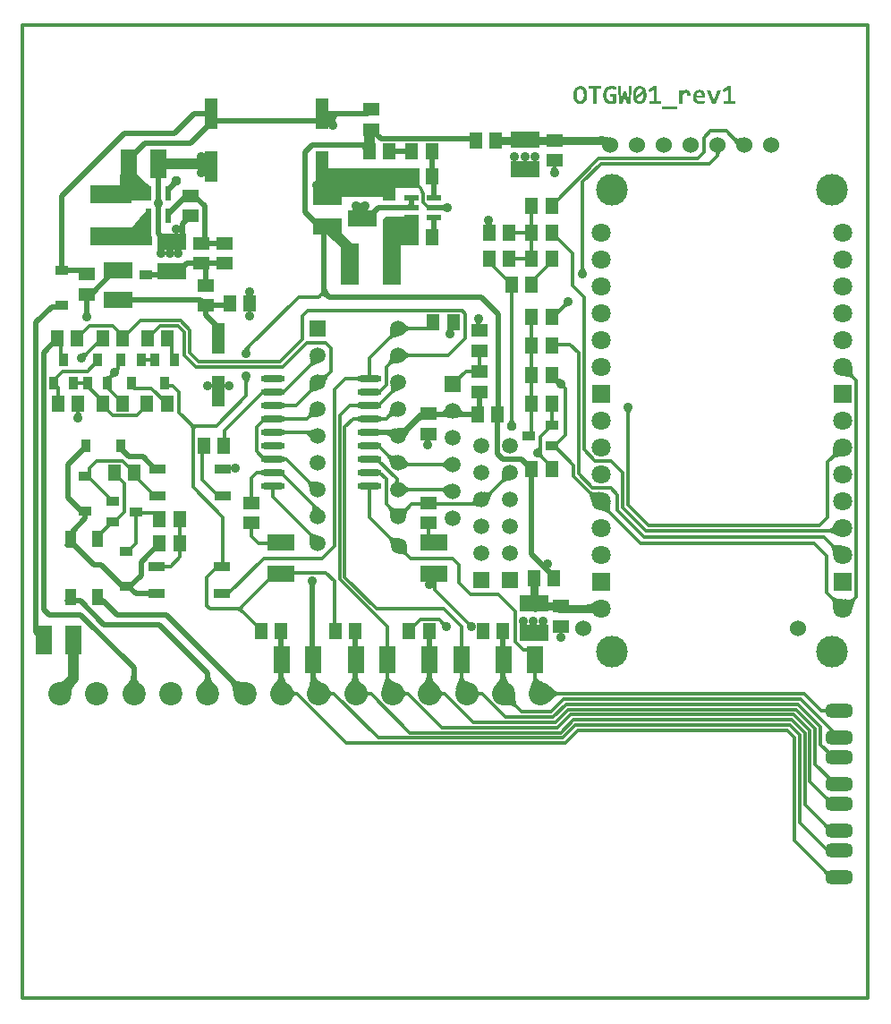
<source format=gtl>
G04 Layer_Physical_Order=1*
G04 Layer_Color=15901192*
%FSLAX43Y43*%
%MOMM*%
G71*
G01*
G75*
%ADD10C,0.300*%
%ADD11R,1.500X2.600*%
%ADD12R,1.500X1.300*%
%ADD13R,2.600X1.500*%
%ADD14R,1.300X1.500*%
%ADD15R,1.200X3.000*%
%ADD16R,1.600X2.700*%
%ADD17R,2.700X1.600*%
%ADD18R,1.200X0.910*%
%ADD19R,4.000X1.700*%
%ADD20R,0.550X1.450*%
%ADD21R,0.550X1.450*%
%ADD22R,1.100X1.600*%
%ADD23R,0.910X1.200*%
%ADD24R,1.700X4.000*%
%ADD25R,1.300X0.850*%
%ADD26R,0.850X1.300*%
%ADD27O,2.300X0.600*%
%ADD28R,1.600X0.900*%
%ADD29R,1.450X0.550*%
%ADD30R,1.450X0.550*%
%ADD31C,0.500*%
%ADD32C,1.000*%
%ADD33C,0.750*%
%ADD34C,1.524*%
%ADD35C,3.000*%
%ADD36C,1.800*%
%ADD37R,1.800X1.800*%
%ADD38C,2.200*%
%ADD39R,1.500X1.500*%
%ADD40C,1.500*%
%ADD41R,1.500X1.500*%
G04:AMPARAMS|DCode=42|XSize=1.36mm|YSize=2.6mm|CornerRadius=0.544mm|HoleSize=0mm|Usage=FLASHONLY|Rotation=90.000|XOffset=0mm|YOffset=0mm|HoleType=Round|Shape=RoundedRectangle|*
%AMROUNDEDRECTD42*
21,1,1.360,1.512,0,0,90.0*
21,1,0.272,2.600,0,0,90.0*
1,1,1.088,0.756,0.136*
1,1,1.088,0.756,-0.136*
1,1,1.088,-0.756,-0.136*
1,1,1.088,-0.756,0.136*
%
%ADD42ROUNDEDRECTD42*%
%ADD43C,0.900*%
%ADD44C,0.950*%
G36*
X39746Y35669D02*
X39778Y35643D01*
X39812Y35621D01*
X39848Y35602D01*
X39885Y35586D01*
X39924Y35572D01*
X39964Y35562D01*
X40006Y35555D01*
X40050Y35551D01*
X40096Y35550D01*
X39650Y35104D01*
X39649Y35150D01*
X39645Y35194D01*
X39638Y35236D01*
X39628Y35276D01*
X39614Y35315D01*
X39598Y35352D01*
X39579Y35388D01*
X39557Y35422D01*
X39531Y35454D01*
X39503Y35485D01*
X39715Y35697D01*
X39746Y35669D01*
D02*
G37*
G36*
X17755Y30443D02*
X17771Y30354D01*
X17797Y30263D01*
X17833Y30171D01*
X17880Y30077D01*
X17937Y29982D01*
X18005Y29885D01*
X18083Y29786D01*
X18171Y29687D01*
X18270Y29586D01*
X16730D01*
X16829Y29687D01*
X16995Y29885D01*
X17063Y29982D01*
X17120Y30077D01*
X17167Y30171D01*
X17203Y30263D01*
X17229Y30354D01*
X17245Y30443D01*
X17250Y30531D01*
X17750D01*
X17755Y30443D01*
D02*
G37*
G36*
X10755D02*
X10771Y30354D01*
X10797Y30263D01*
X10833Y30171D01*
X10880Y30077D01*
X10937Y29982D01*
X11005Y29885D01*
X11083Y29786D01*
X11171Y29687D01*
X11270Y29586D01*
X9730D01*
X9829Y29687D01*
X9995Y29885D01*
X10063Y29982D01*
X10120Y30077D01*
X10167Y30171D01*
X10203Y30263D01*
X10229Y30354D01*
X10245Y30443D01*
X10250Y30531D01*
X10750D01*
X10755Y30443D01*
D02*
G37*
G36*
X42146Y35669D02*
X42178Y35643D01*
X42212Y35621D01*
X42248Y35602D01*
X42285Y35586D01*
X42324Y35572D01*
X42364Y35562D01*
X42406Y35555D01*
X42450Y35551D01*
X42495Y35550D01*
X42050Y35104D01*
X42049Y35150D01*
X42045Y35194D01*
X42038Y35236D01*
X42028Y35276D01*
X42014Y35315D01*
X41998Y35352D01*
X41979Y35388D01*
X41957Y35422D01*
X41931Y35454D01*
X41903Y35485D01*
X42115Y35697D01*
X42146Y35669D01*
D02*
G37*
G36*
X76746Y37933D02*
X76804Y37896D01*
X76871Y37863D01*
X76946Y37834D01*
X77031Y37810D01*
X77125Y37791D01*
X77228Y37777D01*
X77461Y37761D01*
X77591Y37760D01*
X76700Y36869D01*
X76699Y36999D01*
X76683Y37232D01*
X76669Y37335D01*
X76650Y37429D01*
X76626Y37514D01*
X76597Y37589D01*
X76564Y37656D01*
X76527Y37714D01*
X76485Y37763D01*
X76697Y37975D01*
X76746Y37933D01*
D02*
G37*
G36*
X20924Y37012D02*
X20886Y36970D01*
X20856Y36927D01*
X20835Y36885D01*
X20822Y36842D01*
X20818Y36800D01*
X20822Y36758D01*
X20835Y36715D01*
X20856Y36673D01*
X20886Y36630D01*
X20924Y36588D01*
X20650Y36438D01*
X20607Y36478D01*
X20562Y36514D01*
X20515Y36546D01*
X20466Y36574D01*
X20416Y36597D01*
X20364Y36616D01*
X20310Y36631D01*
X20254Y36642D01*
X20197Y36648D01*
X20138Y36650D01*
Y36950D01*
X20197Y36952D01*
X20254Y36958D01*
X20310Y36969D01*
X20364Y36984D01*
X20416Y37003D01*
X20466Y37026D01*
X20515Y37054D01*
X20562Y37086D01*
X20607Y37122D01*
X20650Y37162D01*
X20924Y37012D01*
D02*
G37*
G36*
X54104Y36233D02*
X54053Y36282D01*
X53996Y36325D01*
X53936Y36363D01*
X53871Y36397D01*
X53801Y36425D01*
X53728Y36448D01*
X53650Y36466D01*
X53568Y36479D01*
X53481Y36486D01*
X53390Y36489D01*
X53394Y37239D01*
X53485Y37242D01*
X53571Y37249D01*
X53654Y37262D01*
X53732Y37280D01*
X53805Y37302D01*
X53875Y37330D01*
X53940Y37363D01*
X54001Y37401D01*
X54058Y37445D01*
X54110Y37493D01*
X54104Y36233D01*
D02*
G37*
G36*
X45705Y30452D02*
X45721Y30363D01*
X45748Y30272D01*
X45785Y30181D01*
X45833Y30089D01*
X45892Y29996D01*
X45961Y29903D01*
X46041Y29809D01*
X46132Y29715D01*
X46234Y29620D01*
X44695Y29550D01*
X44791Y29657D01*
X44953Y29865D01*
X45018Y29965D01*
X45074Y30063D01*
X45119Y30159D01*
X45155Y30252D01*
X45180Y30343D01*
X45195Y30432D01*
X45200Y30518D01*
X45700Y30542D01*
X45705Y30452D01*
D02*
G37*
G36*
X34657Y30417D02*
X34677Y30336D01*
X34711Y30259D01*
X34759Y30187D01*
X34820Y30119D01*
X34894Y30056D01*
X34983Y29998D01*
X35084Y29944D01*
X35200Y29895D01*
X35329Y29850D01*
X33966Y29176D01*
X34350Y30347D01*
X34650Y30503D01*
X34657Y30417D01*
D02*
G37*
G36*
X41657Y30417D02*
X41677Y30336D01*
X41711Y30259D01*
X41759Y30187D01*
X41820Y30119D01*
X41894Y30056D01*
X41983Y29998D01*
X42084Y29944D01*
X42200Y29895D01*
X42329Y29850D01*
X40966Y29176D01*
X41350Y30347D01*
X41650Y30503D01*
X41657Y30417D01*
D02*
G37*
G36*
X27756Y30434D02*
X27773Y30344D01*
X27802Y30260D01*
X27843Y30182D01*
X27895Y30111D01*
X27958Y30046D01*
X28034Y29987D01*
X28120Y29935D01*
X28219Y29889D01*
X28329Y29850D01*
X26966Y29176D01*
X27020Y29327D01*
X27224Y30037D01*
X27239Y30122D01*
X27247Y30198D01*
X27250Y30265D01*
X27750Y30531D01*
X27756Y30434D01*
D02*
G37*
G36*
X48657Y30417D02*
X48677Y30336D01*
X48711Y30259D01*
X48759Y30187D01*
X48820Y30119D01*
X48894Y30056D01*
X48983Y29998D01*
X49084Y29944D01*
X49200Y29895D01*
X49329Y29850D01*
X47966Y29176D01*
X48350Y30347D01*
X48650Y30503D01*
X48657Y30417D01*
D02*
G37*
G36*
X38705Y30452D02*
X38721Y30363D01*
X38748Y30272D01*
X38785Y30181D01*
X38833Y30089D01*
X38892Y29996D01*
X38961Y29903D01*
X39041Y29809D01*
X39132Y29715D01*
X39234Y29620D01*
X37695Y29550D01*
X37791Y29657D01*
X37953Y29865D01*
X38018Y29965D01*
X38074Y30063D01*
X38119Y30159D01*
X38155Y30252D01*
X38180Y30343D01*
X38195Y30432D01*
X38200Y30518D01*
X38700Y30542D01*
X38705Y30452D01*
D02*
G37*
G36*
X31705D02*
X31721Y30363D01*
X31748Y30272D01*
X31785Y30181D01*
X31833Y30089D01*
X31892Y29996D01*
X31961Y29903D01*
X32041Y29809D01*
X32132Y29715D01*
X32234Y29620D01*
X30695Y29550D01*
X30791Y29657D01*
X30953Y29865D01*
X31018Y29965D01*
X31074Y30063D01*
X31119Y30159D01*
X31155Y30252D01*
X31180Y30343D01*
X31195Y30432D01*
X31200Y30518D01*
X31700Y30542D01*
X31705Y30452D01*
D02*
G37*
G36*
X24705D02*
X24721Y30363D01*
X24748Y30272D01*
X24785Y30181D01*
X24833Y30089D01*
X24892Y29996D01*
X24961Y29903D01*
X25041Y29809D01*
X25132Y29715D01*
X25233Y29620D01*
X23695Y29550D01*
X23791Y29657D01*
X23953Y29865D01*
X24018Y29965D01*
X24074Y30063D01*
X24119Y30159D01*
X24155Y30252D01*
X24180Y30343D01*
X24195Y30432D01*
X24200Y30518D01*
X24700Y30542D01*
X24705Y30452D01*
D02*
G37*
G36*
X27728Y46585D02*
X27810Y46517D01*
X27915Y46437D01*
X28279Y46195D01*
X27298Y46033D01*
X27343Y46093D01*
X27378Y46153D01*
X27403Y46211D01*
X27419Y46268D01*
X27424Y46324D01*
X27420Y46378D01*
X27406Y46432D01*
X27382Y46483D01*
X27349Y46534D01*
X27305Y46583D01*
X27696Y46616D01*
X27728Y46585D01*
D02*
G37*
G36*
X55604Y46704D02*
X55588Y46595D01*
X55580Y46492D01*
X55580Y46397D01*
X55587Y46309D01*
X55602Y46228D01*
X55625Y46154D01*
X55655Y46087D01*
X55693Y46027D01*
X55739Y45973D01*
X55480Y45808D01*
X55438Y45844D01*
X55386Y45879D01*
X55322Y45913D01*
X55248Y45947D01*
X55162Y45980D01*
X54958Y46045D01*
X54709Y46108D01*
X54568Y46139D01*
X55628Y46820D01*
X55604Y46704D01*
D02*
G37*
G36*
X34835Y46482D02*
X34884Y46449D01*
X34940Y46419D01*
X35003Y46392D01*
X35072Y46370D01*
X35148Y46350D01*
X35231Y46335D01*
X35321Y46323D01*
X35521Y46310D01*
X34751Y45596D01*
X34754Y45696D01*
X34745Y45878D01*
X34734Y45959D01*
X34719Y46034D01*
X34698Y46103D01*
X34674Y46165D01*
X34645Y46222D01*
X34611Y46272D01*
X34572Y46315D01*
X34793Y46519D01*
X34835Y46482D01*
D02*
G37*
G36*
X36501Y46189D02*
X36466Y46149D01*
X36433Y46102D01*
X36402Y46047D01*
X36373Y45985D01*
X36347Y45915D01*
X36322Y45838D01*
X36278Y45661D01*
X36259Y45562D01*
X36243Y45454D01*
X35621Y46300D01*
X35715Y46287D01*
X35805Y46280D01*
X35889Y46279D01*
X35967Y46283D01*
X36040Y46294D01*
X36107Y46310D01*
X36169Y46332D01*
X36226Y46360D01*
X36276Y46394D01*
X36322Y46434D01*
X36501Y46189D01*
D02*
G37*
G36*
X40054Y47539D02*
X40005Y47617D01*
X39954Y47687D01*
X39902Y47749D01*
X39849Y47802D01*
X39794Y47847D01*
X39738Y47884D01*
X39681Y47913D01*
X39622Y47934D01*
X39562Y47946D01*
X39501Y47950D01*
X39576Y48250D01*
X39625Y48253D01*
X39679Y48262D01*
X39739Y48278D01*
X39804Y48299D01*
X39874Y48327D01*
X40031Y48401D01*
X40209Y48500D01*
X40306Y48558D01*
X40054Y47539D01*
D02*
G37*
G36*
X53753Y47959D02*
X53813Y47921D01*
X53880Y47891D01*
X53954Y47869D01*
X54035Y47854D01*
X54123Y47847D01*
X54218Y47848D01*
X54320Y47856D01*
X54429Y47872D01*
X54545Y47896D01*
X53870Y46833D01*
X53838Y46974D01*
X53708Y47428D01*
X53675Y47514D01*
X53641Y47588D01*
X53606Y47651D01*
X53571Y47704D01*
X53536Y47745D01*
X53700Y48005D01*
X53753Y47959D01*
D02*
G37*
G36*
X43244Y46446D02*
X43148Y46466D01*
X42697Y46533D01*
X42613Y46541D01*
X42374Y46550D01*
X42277Y46850D01*
X42342Y46854D01*
X42402Y46866D01*
X42455Y46885D01*
X42502Y46912D01*
X42543Y46948D01*
X42577Y46991D01*
X42605Y47041D01*
X42627Y47100D01*
X42643Y47166D01*
X42652Y47241D01*
X43244Y46446D01*
D02*
G37*
G36*
X77185Y43681D02*
X77048Y43751D01*
X76438Y44017D01*
X76372Y44035D01*
X76316Y44046D01*
X76269Y44050D01*
X76169Y44350D01*
X76241Y44355D01*
X76310Y44371D01*
X76378Y44398D01*
X76443Y44435D01*
X76507Y44482D01*
X76568Y44540D01*
X76627Y44609D01*
X76685Y44688D01*
X76740Y44778D01*
X76793Y44879D01*
X77185Y43681D01*
D02*
G37*
G36*
X49251Y41301D02*
X49316Y40741D01*
X49876Y40676D01*
X50037Y40467D01*
X49556Y40240D01*
X49319Y40720D01*
X49316Y40741D01*
X49295Y40744D01*
X48815Y40981D01*
X49042Y41462D01*
X49251Y41301D01*
D02*
G37*
G36*
X27703Y39114D02*
X27692Y39095D01*
X27682Y39073D01*
X27673Y39046D01*
X27666Y39016D01*
X27660Y38982D01*
X27653Y38902D01*
X27651Y38856D01*
X27650Y38806D01*
X27150D01*
X27149Y38856D01*
X27140Y38982D01*
X27134Y39016D01*
X27127Y39046D01*
X27118Y39073D01*
X27108Y39095D01*
X27097Y39114D01*
X27085Y39129D01*
X27715D01*
X27703Y39114D01*
D02*
G37*
G36*
X78809Y37597D02*
X78773Y37555D01*
X78738Y37502D01*
X78703Y37439D01*
X78670Y37364D01*
X78637Y37278D01*
X78573Y37074D01*
X78512Y36826D01*
X78483Y36685D01*
X77793Y37739D01*
X77910Y37717D01*
X78019Y37701D01*
X78122Y37694D01*
X78218Y37694D01*
X78306Y37702D01*
X78387Y37717D01*
X78462Y37740D01*
X78529Y37770D01*
X78589Y37808D01*
X78642Y37854D01*
X78809Y37597D01*
D02*
G37*
G36*
X36330Y42611D02*
X36331Y42433D01*
X36339Y42352D01*
X36352Y42278D01*
X36371Y42210D01*
X36395Y42147D01*
X36423Y42091D01*
X36457Y42041D01*
X36496Y41996D01*
X36265Y41802D01*
X36224Y41839D01*
X36176Y41872D01*
X36120Y41902D01*
X36058Y41930D01*
X35988Y41954D01*
X35911Y41976D01*
X35828Y41994D01*
X35639Y42022D01*
X35534Y42032D01*
X36337Y42709D01*
X36330Y42611D01*
D02*
G37*
G36*
X27318Y43999D02*
X27364Y43967D01*
X27418Y43936D01*
X27480Y43906D01*
X27549Y43878D01*
X27712Y43826D01*
X27805Y43802D01*
X28014Y43758D01*
X27145Y43169D01*
X27161Y43262D01*
X27171Y43349D01*
X27175Y43432D01*
X27172Y43509D01*
X27163Y43581D01*
X27148Y43648D01*
X27127Y43709D01*
X27099Y43766D01*
X27066Y43817D01*
X27025Y43862D01*
X27279Y44033D01*
X27318Y43999D01*
D02*
G37*
G36*
X34851Y43647D02*
X34901Y43613D01*
X34957Y43585D01*
X35020Y43561D01*
X35088Y43542D01*
X35162Y43529D01*
X35243Y43521D01*
X35329Y43518D01*
X35421Y43520D01*
X35519Y43527D01*
X34842Y42724D01*
X34832Y42829D01*
X34804Y43018D01*
X34786Y43101D01*
X34764Y43178D01*
X34740Y43248D01*
X34712Y43310D01*
X34682Y43366D01*
X34649Y43414D01*
X34612Y43456D01*
X34806Y43686D01*
X34851Y43647D01*
D02*
G37*
G36*
X76670Y42949D02*
X76730Y42911D01*
X76797Y42880D01*
X76872Y42854D01*
X76955Y42835D01*
X77047Y42822D01*
X77146Y42816D01*
X77253Y42815D01*
X77369Y42821D01*
X77492Y42833D01*
X76705Y41850D01*
X76689Y41986D01*
X76627Y42333D01*
X76601Y42429D01*
X76572Y42515D01*
X76541Y42590D01*
X76507Y42656D01*
X76470Y42712D01*
X76431Y42757D01*
X76619Y42993D01*
X76670Y42949D01*
D02*
G37*
G36*
X4986Y29679D02*
X4907Y29596D01*
X4837Y29514D01*
X4776Y29432D01*
X4724Y29351D01*
X4680Y29271D01*
X4646Y29192D01*
X4620Y29113D01*
X4603Y29035D01*
X4596Y28958D01*
X4597Y28882D01*
X3440Y29898D01*
X3515Y29906D01*
X3591Y29922D01*
X3667Y29946D01*
X3744Y29978D01*
X3823Y30018D01*
X3902Y30065D01*
X3982Y30121D01*
X4063Y30184D01*
X4228Y30335D01*
X4986Y29679D01*
D02*
G37*
G36*
X55792Y86258D02*
X55825Y86256D01*
X55861Y86252D01*
X55901Y86247D01*
X55941Y86241D01*
X55945D01*
X55952Y86238D01*
X55958Y86236D01*
X55980Y86232D01*
X56009Y86227D01*
X56040Y86218D01*
X56078Y86212D01*
X56116Y86201D01*
X56156Y86189D01*
Y85885D01*
X56151Y85888D01*
X56140Y85892D01*
X56120Y85901D01*
X56096Y85910D01*
X56065Y85921D01*
X56029Y85934D01*
X55992Y85945D01*
X55949Y85956D01*
X55947D01*
X55945Y85959D01*
X55938D01*
X55929Y85961D01*
X55909Y85965D01*
X55881Y85972D01*
X55845Y85976D01*
X55807Y85981D01*
X55767Y85983D01*
X55725Y85985D01*
X55705D01*
X55683Y85983D01*
X55656Y85981D01*
X55625Y85976D01*
X55590Y85967D01*
X55554Y85959D01*
X55521Y85945D01*
X55517Y85943D01*
X55508Y85939D01*
X55490Y85930D01*
X55470Y85916D01*
X55448Y85899D01*
X55423Y85881D01*
X55399Y85856D01*
X55374Y85830D01*
X55372Y85828D01*
X55366Y85817D01*
X55354Y85801D01*
X55341Y85779D01*
X55326Y85754D01*
X55310Y85723D01*
X55297Y85688D01*
X55283Y85648D01*
Y85646D01*
X55281Y85643D01*
Y85637D01*
X55279Y85630D01*
X55275Y85608D01*
X55270Y85579D01*
X55263Y85543D01*
X55259Y85501D01*
X55257Y85457D01*
X55255Y85408D01*
Y85406D01*
Y85401D01*
Y85395D01*
Y85386D01*
X55257Y85361D01*
Y85330D01*
X55259Y85293D01*
X55263Y85253D01*
X55270Y85213D01*
X55277Y85173D01*
Y85171D01*
X55279Y85168D01*
X55281Y85155D01*
X55288Y85135D01*
X55297Y85111D01*
X55306Y85084D01*
X55319Y85053D01*
X55337Y85024D01*
X55354Y84995D01*
X55357Y84993D01*
X55363Y84984D01*
X55377Y84971D01*
X55392Y84953D01*
X55410Y84935D01*
X55434Y84917D01*
X55461Y84900D01*
X55490Y84884D01*
X55494Y84882D01*
X55505Y84878D01*
X55523Y84873D01*
X55548Y84866D01*
X55576Y84858D01*
X55612Y84853D01*
X55652Y84849D01*
X55694Y84846D01*
X55747D01*
X55756Y84849D01*
X55770Y84851D01*
X55783Y84853D01*
X55787D01*
X55794Y84855D01*
X55807Y84860D01*
X55818Y84862D01*
X55821D01*
X55830Y84864D01*
X55843Y84869D01*
X55856Y84873D01*
Y85290D01*
X55579D01*
Y85543D01*
X56160D01*
Y84673D01*
X56158D01*
X56156Y84671D01*
X56149Y84669D01*
X56140Y84664D01*
X56118Y84656D01*
X56089Y84644D01*
X56052Y84631D01*
X56012Y84618D01*
X55969Y84607D01*
X55923Y84596D01*
X55918D01*
X55912Y84593D01*
X55901Y84591D01*
X55889Y84589D01*
X55876D01*
X55845Y84584D01*
X55805Y84580D01*
X55761Y84576D01*
X55712Y84573D01*
X55659Y84571D01*
X55630D01*
X55614Y84573D01*
X55596D01*
X55556Y84578D01*
X55510Y84584D01*
X55457Y84593D01*
X55403Y84604D01*
X55352Y84622D01*
X55350D01*
X55346Y84624D01*
X55339Y84629D01*
X55330Y84633D01*
X55303Y84644D01*
X55272Y84662D01*
X55237Y84684D01*
X55197Y84711D01*
X55159Y84742D01*
X55121Y84778D01*
Y84780D01*
X55117Y84782D01*
X55112Y84789D01*
X55106Y84795D01*
X55088Y84820D01*
X55068Y84849D01*
X55044Y84886D01*
X55019Y84931D01*
X54995Y84980D01*
X54975Y85035D01*
Y85037D01*
X54973Y85042D01*
X54970Y85051D01*
X54968Y85062D01*
X54964Y85077D01*
X54959Y85095D01*
X54955Y85115D01*
X54950Y85137D01*
X54946Y85164D01*
X54942Y85191D01*
X54933Y85250D01*
X54928Y85319D01*
X54926Y85393D01*
Y85395D01*
Y85401D01*
Y85413D01*
Y85428D01*
X54928Y85446D01*
Y85466D01*
X54930Y85488D01*
X54933Y85515D01*
X54939Y85572D01*
X54948Y85632D01*
X54959Y85694D01*
X54977Y85757D01*
Y85759D01*
X54979Y85763D01*
X54984Y85772D01*
X54988Y85783D01*
X54993Y85797D01*
X54999Y85814D01*
X55017Y85852D01*
X55039Y85894D01*
X55066Y85941D01*
X55097Y85985D01*
X55132Y86030D01*
X55135Y86032D01*
X55137Y86034D01*
X55144Y86041D01*
X55150Y86047D01*
X55172Y86070D01*
X55201Y86094D01*
X55239Y86121D01*
X55281Y86150D01*
X55330Y86176D01*
X55383Y86201D01*
X55386D01*
X55390Y86203D01*
X55399Y86207D01*
X55410Y86209D01*
X55423Y86214D01*
X55441Y86221D01*
X55459Y86225D01*
X55481Y86232D01*
X55505Y86236D01*
X55532Y86241D01*
X55590Y86252D01*
X55654Y86258D01*
X55723Y86261D01*
X55763D01*
X55792Y86258D01*
D02*
G37*
G36*
X62845Y85894D02*
X62867Y85892D01*
X62893Y85888D01*
X62922Y85883D01*
X62951Y85874D01*
X62980Y85863D01*
X62984Y85861D01*
X62993Y85856D01*
X63007Y85850D01*
X63024Y85839D01*
X63044Y85823D01*
X63064Y85808D01*
X63084Y85788D01*
X63104Y85763D01*
X63107Y85761D01*
X63113Y85752D01*
X63122Y85739D01*
X63133Y85719D01*
X63144Y85694D01*
X63158Y85668D01*
X63169Y85637D01*
X63180Y85601D01*
X63182Y85597D01*
X63184Y85583D01*
X63186Y85563D01*
X63191Y85537D01*
X63195Y85504D01*
X63200Y85466D01*
X63202Y85424D01*
Y85377D01*
X62896D01*
Y85379D01*
Y85388D01*
Y85401D01*
Y85417D01*
X62893Y85437D01*
Y85455D01*
X62887Y85495D01*
Y85497D01*
X62885Y85504D01*
X62882Y85512D01*
X62880Y85523D01*
X62871Y85550D01*
X62858Y85577D01*
Y85579D01*
X62853Y85581D01*
X62845Y85595D01*
X62829Y85612D01*
X62807Y85626D01*
X62805D01*
X62802Y85628D01*
X62796Y85630D01*
X62787Y85634D01*
X62765Y85639D01*
X62738Y85641D01*
X62727D01*
X62714Y85639D01*
X62696Y85634D01*
X62674Y85628D01*
X62651Y85617D01*
X62625Y85603D01*
X62598Y85583D01*
X62596Y85581D01*
X62585Y85572D01*
X62572Y85559D01*
X62552Y85539D01*
X62529Y85515D01*
X62503Y85484D01*
X62474Y85446D01*
X62443Y85401D01*
Y84600D01*
X62130D01*
Y85870D01*
X62405D01*
X62416Y85683D01*
X62418Y85686D01*
X62423Y85692D01*
X62427Y85701D01*
X62436Y85712D01*
X62458Y85741D01*
X62487Y85770D01*
X62489Y85772D01*
X62494Y85777D01*
X62503Y85783D01*
X62514Y85794D01*
X62540Y85814D01*
X62574Y85837D01*
X62576Y85839D01*
X62583Y85841D01*
X62592Y85848D01*
X62605Y85852D01*
X62620Y85861D01*
X62640Y85868D01*
X62680Y85881D01*
X62683D01*
X62691Y85883D01*
X62703Y85885D01*
X62718Y85890D01*
X62738Y85892D01*
X62760Y85894D01*
X62809Y85896D01*
X62825D01*
X62845Y85894D01*
D02*
G37*
G36*
X65604Y84600D02*
X65251D01*
X64749Y85870D01*
X65089D01*
X65353Y85148D01*
X65431Y84915D01*
X65509Y85137D01*
X65773Y85870D01*
X66101D01*
X65604Y84600D01*
D02*
G37*
G36*
X76015Y12099D02*
X76106Y12025D01*
X76145Y12000D01*
X76181Y11984D01*
X76213Y11975D01*
X76242Y11974D01*
X76266Y11981D01*
X76287Y11996D01*
X76304Y12019D01*
X76001Y11477D01*
X76013Y11506D01*
X76018Y11537D01*
X76015Y11570D01*
X76006Y11607D01*
X75990Y11646D01*
X75966Y11688D01*
X75936Y11733D01*
X75899Y11780D01*
X75855Y11831D01*
X75804Y11884D01*
X75964Y12148D01*
X76015Y12099D01*
D02*
G37*
G36*
X76284Y21030D02*
X76382Y20949D01*
X76427Y20919D01*
X76469Y20895D01*
X76509Y20878D01*
X76546Y20868D01*
X76581Y20865D01*
X76613Y20868D01*
X76643Y20879D01*
X76073Y20604D01*
X76097Y20620D01*
X76114Y20640D01*
X76122Y20663D01*
X76122Y20691D01*
X76113Y20722D01*
X76097Y20757D01*
X76073Y20796D01*
X76040Y20839D01*
X75999Y20886D01*
X75951Y20937D01*
X76232Y21081D01*
X76284Y21030D01*
D02*
G37*
G36*
X76106Y19108D02*
X76198Y19033D01*
X76240Y19006D01*
X76278Y18987D01*
X76313Y18975D01*
X76344Y18971D01*
X76373Y18974D01*
X76398Y18984D01*
X76419Y19002D01*
X76013Y18565D01*
X76030Y18588D01*
X76039Y18615D01*
X76041Y18644D01*
X76036Y18677D01*
X76023Y18713D01*
X76003Y18751D01*
X75976Y18793D01*
X75941Y18839D01*
X75899Y18887D01*
X75850Y18938D01*
X76055Y19157D01*
X76106Y19108D01*
D02*
G37*
G36*
X76015Y16499D02*
X76106Y16425D01*
X76145Y16400D01*
X76181Y16384D01*
X76213Y16375D01*
X76242Y16374D01*
X76266Y16381D01*
X76287Y16396D01*
X76304Y16419D01*
X76001Y15877D01*
X76013Y15906D01*
X76018Y15937D01*
X76015Y15970D01*
X76006Y16007D01*
X75990Y16046D01*
X75966Y16088D01*
X75936Y16133D01*
X75899Y16180D01*
X75855Y16231D01*
X75804Y16284D01*
X75964Y16548D01*
X76015Y16499D01*
D02*
G37*
G36*
X57550Y84600D02*
X57188D01*
X57026Y85104D01*
X56968Y85310D01*
X56913Y85099D01*
X56753Y84600D01*
X56409D01*
X56316Y86234D01*
X56587D01*
X56626Y85186D01*
X56638Y84900D01*
X56711Y85153D01*
X56891Y85737D01*
X57084D01*
X57273Y85117D01*
X57335Y84902D01*
X57339Y85157D01*
X57379Y86234D01*
X57641D01*
X57550Y84600D01*
D02*
G37*
G36*
X58440Y86258D02*
X58454D01*
X58487Y86254D01*
X58525Y86249D01*
X58567Y86241D01*
X58611Y86227D01*
X58653Y86212D01*
X58656D01*
X58658Y86209D01*
X58664Y86207D01*
X58673Y86203D01*
X58693Y86192D01*
X58722Y86176D01*
X58753Y86154D01*
X58787Y86130D01*
X58820Y86098D01*
X58851Y86063D01*
X58855Y86059D01*
X58860Y86052D01*
X58864Y86045D01*
X58880Y86023D01*
X58898Y85994D01*
X58917Y85956D01*
X58940Y85912D01*
X58962Y85861D01*
X58980Y85803D01*
Y85801D01*
X58982Y85797D01*
X58984Y85788D01*
X58986Y85774D01*
X58991Y85759D01*
X58995Y85741D01*
X59000Y85721D01*
X59004Y85697D01*
X59006Y85670D01*
X59011Y85641D01*
X59015Y85610D01*
X59020Y85577D01*
X59024Y85501D01*
X59026Y85421D01*
Y85419D01*
Y85413D01*
Y85401D01*
Y85388D01*
X59024Y85370D01*
Y85350D01*
X59022Y85326D01*
Y85302D01*
X59015Y85246D01*
X59009Y85186D01*
X58997Y85124D01*
X58982Y85062D01*
Y85060D01*
X58980Y85055D01*
X58977Y85046D01*
X58973Y85035D01*
X58969Y85022D01*
X58964Y85006D01*
X58949Y84969D01*
X58931Y84926D01*
X58909Y84882D01*
X58882Y84838D01*
X58853Y84793D01*
Y84791D01*
X58849Y84789D01*
X58838Y84775D01*
X58820Y84755D01*
X58795Y84731D01*
X58767Y84704D01*
X58731Y84678D01*
X58691Y84651D01*
X58647Y84627D01*
X58644D01*
X58642Y84624D01*
X58636Y84622D01*
X58624Y84618D01*
X58613Y84613D01*
X58600Y84609D01*
X58567Y84600D01*
X58527Y84589D01*
X58480Y84580D01*
X58427Y84573D01*
X58369Y84571D01*
X58347D01*
X58334Y84573D01*
X58320D01*
X58287Y84578D01*
X58249Y84582D01*
X58207Y84591D01*
X58163Y84602D01*
X58121Y84618D01*
X58118D01*
X58116Y84620D01*
X58109Y84622D01*
X58101Y84627D01*
X58081Y84638D01*
X58054Y84653D01*
X58023Y84675D01*
X57990Y84700D01*
X57956Y84731D01*
X57923Y84767D01*
Y84769D01*
X57919Y84771D01*
X57914Y84778D01*
X57910Y84784D01*
X57894Y84806D01*
X57876Y84838D01*
X57856Y84875D01*
X57834Y84920D01*
X57814Y84971D01*
X57794Y85026D01*
Y85028D01*
X57792Y85033D01*
X57790Y85042D01*
X57788Y85055D01*
X57783Y85071D01*
X57781Y85088D01*
X57776Y85111D01*
X57772Y85135D01*
X57768Y85162D01*
X57763Y85191D01*
X57761Y85222D01*
X57756Y85255D01*
X57752Y85328D01*
X57750Y85408D01*
Y85410D01*
Y85417D01*
Y85428D01*
Y85441D01*
X57752Y85459D01*
Y85479D01*
X57754Y85504D01*
X57756Y85528D01*
X57761Y85583D01*
X57768Y85643D01*
X57779Y85706D01*
X57794Y85765D01*
Y85768D01*
X57796Y85772D01*
X57799Y85781D01*
X57803Y85792D01*
X57808Y85805D01*
X57812Y85821D01*
X57827Y85859D01*
X57845Y85901D01*
X57867Y85945D01*
X57892Y85992D01*
X57921Y86034D01*
Y86036D01*
X57925Y86039D01*
X57936Y86052D01*
X57954Y86072D01*
X57978Y86096D01*
X58007Y86125D01*
X58043Y86152D01*
X58083Y86178D01*
X58127Y86203D01*
X58129D01*
X58134Y86205D01*
X58141Y86207D01*
X58149Y86212D01*
X58160Y86216D01*
X58174Y86221D01*
X58209Y86232D01*
X58249Y86243D01*
X58296Y86252D01*
X58349Y86258D01*
X58405Y86261D01*
X58427D01*
X58440Y86258D01*
D02*
G37*
G36*
X52797D02*
X52819D01*
X52846Y86254D01*
X52877Y86249D01*
X52910Y86243D01*
X52948Y86234D01*
X52986Y86223D01*
X53026Y86207D01*
X53066Y86192D01*
X53106Y86170D01*
X53146Y86145D01*
X53183Y86116D01*
X53219Y86083D01*
X53250Y86045D01*
X53252Y86043D01*
X53257Y86036D01*
X53265Y86023D01*
X53277Y86005D01*
X53288Y85983D01*
X53301Y85956D01*
X53317Y85923D01*
X53332Y85888D01*
X53348Y85845D01*
X53363Y85799D01*
X53376Y85748D01*
X53388Y85692D01*
X53399Y85632D01*
X53408Y85566D01*
X53412Y85497D01*
X53414Y85421D01*
Y85419D01*
Y85413D01*
Y85399D01*
Y85384D01*
X53412Y85366D01*
Y85344D01*
X53410Y85317D01*
X53408Y85290D01*
X53401Y85230D01*
X53392Y85166D01*
X53379Y85099D01*
X53361Y85037D01*
Y85035D01*
X53359Y85031D01*
X53356Y85022D01*
X53352Y85011D01*
X53345Y84997D01*
X53341Y84982D01*
X53323Y84944D01*
X53303Y84902D01*
X53279Y84858D01*
X53252Y84815D01*
X53219Y84773D01*
X53214Y84769D01*
X53203Y84755D01*
X53183Y84738D01*
X53159Y84715D01*
X53128Y84691D01*
X53090Y84667D01*
X53050Y84642D01*
X53006Y84620D01*
X53004D01*
X53001Y84618D01*
X52995Y84616D01*
X52984Y84613D01*
X52972Y84609D01*
X52959Y84604D01*
X52928Y84596D01*
X52888Y84587D01*
X52844Y84578D01*
X52797Y84573D01*
X52746Y84571D01*
X52733D01*
X52715Y84573D01*
X52693Y84576D01*
X52666Y84578D01*
X52635Y84582D01*
X52602Y84589D01*
X52564Y84598D01*
X52526Y84609D01*
X52486Y84622D01*
X52446Y84640D01*
X52406Y84662D01*
X52366Y84687D01*
X52329Y84713D01*
X52295Y84747D01*
X52262Y84784D01*
X52260Y84786D01*
X52255Y84795D01*
X52247Y84806D01*
X52238Y84824D01*
X52224Y84846D01*
X52211Y84873D01*
X52195Y84906D01*
X52182Y84944D01*
X52167Y84984D01*
X52151Y85031D01*
X52138Y85082D01*
X52124Y85139D01*
X52116Y85199D01*
X52107Y85264D01*
X52102Y85335D01*
X52100Y85408D01*
Y85410D01*
Y85417D01*
Y85430D01*
Y85446D01*
X52102Y85464D01*
Y85486D01*
X52104Y85512D01*
X52107Y85539D01*
X52113Y85599D01*
X52122Y85663D01*
X52133Y85728D01*
X52151Y85790D01*
Y85792D01*
X52153Y85797D01*
X52155Y85805D01*
X52160Y85817D01*
X52167Y85830D01*
X52171Y85848D01*
X52189Y85883D01*
X52209Y85925D01*
X52233Y85970D01*
X52262Y86014D01*
X52293Y86054D01*
X52295Y86056D01*
X52298Y86059D01*
X52309Y86072D01*
X52329Y86090D01*
X52353Y86112D01*
X52384Y86138D01*
X52422Y86163D01*
X52462Y86187D01*
X52506Y86209D01*
X52508D01*
X52513Y86212D01*
X52520Y86214D01*
X52528Y86218D01*
X52540Y86221D01*
X52553Y86225D01*
X52584Y86236D01*
X52624Y86245D01*
X52668Y86252D01*
X52715Y86258D01*
X52766Y86261D01*
X52779D01*
X52797Y86258D01*
D02*
G37*
G36*
X61906Y84087D02*
X60498D01*
Y84329D01*
X61906D01*
Y84087D01*
D02*
G37*
G36*
X64083Y85894D02*
X64117Y85892D01*
X64154Y85885D01*
X64192Y85879D01*
X64234Y85868D01*
X64274Y85854D01*
X64276D01*
X64279Y85852D01*
X64292Y85848D01*
X64312Y85837D01*
X64334Y85823D01*
X64363Y85808D01*
X64392Y85788D01*
X64421Y85763D01*
X64447Y85737D01*
X64450Y85732D01*
X64459Y85723D01*
X64472Y85708D01*
X64487Y85686D01*
X64505Y85659D01*
X64523Y85630D01*
X64538Y85595D01*
X64554Y85557D01*
X64556Y85552D01*
X64561Y85539D01*
X64565Y85519D01*
X64574Y85490D01*
X64581Y85457D01*
X64585Y85419D01*
X64589Y85375D01*
X64592Y85330D01*
Y85328D01*
Y85324D01*
Y85317D01*
Y85308D01*
Y85297D01*
Y85284D01*
X64589Y85248D01*
Y85246D01*
Y85239D01*
Y85230D01*
X64587Y85219D01*
X64585Y85188D01*
X64583Y85157D01*
X63750D01*
Y85153D01*
Y85144D01*
X63753Y85126D01*
Y85106D01*
X63757Y85084D01*
X63761Y85060D01*
X63766Y85033D01*
X63775Y85008D01*
X63777Y85006D01*
X63779Y84997D01*
X63786Y84986D01*
X63795Y84973D01*
X63817Y84937D01*
X63848Y84902D01*
X63850Y84900D01*
X63857Y84895D01*
X63866Y84886D01*
X63879Y84878D01*
X63895Y84869D01*
X63915Y84858D01*
X63937Y84846D01*
X63959Y84838D01*
X63961D01*
X63970Y84833D01*
X63983Y84831D01*
X64003Y84826D01*
X64023Y84822D01*
X64050Y84820D01*
X64077Y84815D01*
X64139D01*
X64163Y84818D01*
X64194D01*
X64225Y84822D01*
X64263Y84824D01*
X64301Y84829D01*
X64305D01*
X64319Y84831D01*
X64341Y84835D01*
X64370Y84840D01*
X64403Y84846D01*
X64439Y84855D01*
X64481Y84866D01*
X64523Y84878D01*
Y84636D01*
X64521D01*
X64514Y84633D01*
X64505Y84631D01*
X64492Y84627D01*
X64476Y84622D01*
X64459Y84618D01*
X64416Y84609D01*
X64414D01*
X64407Y84607D01*
X64394D01*
X64381Y84604D01*
X64363Y84600D01*
X64343Y84598D01*
X64299Y84591D01*
X64296D01*
X64288Y84589D01*
X64276D01*
X64261Y84587D01*
X64243Y84584D01*
X64221Y84582D01*
X64177Y84578D01*
X64165D01*
X64154Y84576D01*
X64139D01*
X64121Y84573D01*
X64101D01*
X64059Y84571D01*
X64035D01*
X64021Y84573D01*
X64006D01*
X63972Y84576D01*
X63930Y84580D01*
X63886Y84589D01*
X63841Y84598D01*
X63797Y84611D01*
X63795D01*
X63793Y84613D01*
X63786Y84616D01*
X63779Y84620D01*
X63757Y84629D01*
X63730Y84642D01*
X63699Y84660D01*
X63668Y84680D01*
X63635Y84704D01*
X63604Y84733D01*
X63599Y84738D01*
X63591Y84747D01*
X63577Y84764D01*
X63559Y84789D01*
X63539Y84818D01*
X63519Y84851D01*
X63499Y84889D01*
X63482Y84931D01*
Y84933D01*
X63480Y84935D01*
X63477Y84942D01*
X63475Y84953D01*
X63473Y84964D01*
X63468Y84977D01*
X63462Y85011D01*
X63453Y85051D01*
X63446Y85097D01*
X63442Y85151D01*
X63440Y85206D01*
Y85208D01*
Y85213D01*
Y85222D01*
Y85233D01*
X63442Y85246D01*
Y85262D01*
X63444Y85299D01*
X63451Y85344D01*
X63457Y85390D01*
X63468Y85439D01*
X63482Y85488D01*
Y85490D01*
X63484Y85495D01*
X63486Y85501D01*
X63491Y85510D01*
X63499Y85532D01*
X63513Y85563D01*
X63531Y85597D01*
X63551Y85632D01*
X63575Y85670D01*
X63602Y85706D01*
X63606Y85710D01*
X63615Y85721D01*
X63633Y85737D01*
X63655Y85757D01*
X63682Y85779D01*
X63713Y85803D01*
X63748Y85825D01*
X63788Y85845D01*
X63790D01*
X63793Y85848D01*
X63799Y85850D01*
X63808Y85854D01*
X63830Y85861D01*
X63861Y85872D01*
X63897Y85881D01*
X63939Y85888D01*
X63986Y85894D01*
X64037Y85896D01*
X64059D01*
X64083Y85894D01*
D02*
G37*
G36*
X67047Y84871D02*
X67407D01*
Y84600D01*
X66319D01*
Y84871D01*
X66734D01*
Y85919D01*
X66370Y85721D01*
X66272Y85970D01*
X66789Y86243D01*
X67047D01*
Y84871D01*
D02*
G37*
G36*
X60010D02*
X60369D01*
Y84600D01*
X59282D01*
Y84871D01*
X59697D01*
Y85919D01*
X59333Y85721D01*
X59235Y85970D01*
X59752Y86243D01*
X60010D01*
Y84871D01*
D02*
G37*
G36*
X54771Y85979D02*
X54322D01*
Y84600D01*
X54007D01*
Y85979D01*
X53559D01*
Y86234D01*
X54771D01*
Y85979D01*
D02*
G37*
G36*
X43044Y29159D02*
X43072Y29115D01*
X43103Y29076D01*
X43139Y29043D01*
X43180Y29014D01*
X43225Y28991D01*
X43274Y28973D01*
X43328Y28960D01*
X43387Y28953D01*
X43449Y28950D01*
Y28650D01*
X43387Y28647D01*
X43328Y28640D01*
X43274Y28627D01*
X43225Y28609D01*
X43180Y28586D01*
X43139Y28557D01*
X43103Y28524D01*
X43072Y28485D01*
X43044Y28441D01*
X43022Y28392D01*
Y29208D01*
X43044Y29159D01*
D02*
G37*
G36*
X29044D02*
X29072Y29115D01*
X29103Y29076D01*
X29139Y29043D01*
X29180Y29014D01*
X29225Y28991D01*
X29274Y28973D01*
X29328Y28960D01*
X29387Y28953D01*
X29449Y28950D01*
Y28650D01*
X29387Y28647D01*
X29328Y28640D01*
X29274Y28627D01*
X29225Y28609D01*
X29180Y28586D01*
X29139Y28557D01*
X29103Y28524D01*
X29072Y28485D01*
X29044Y28441D01*
X29022Y28392D01*
Y29208D01*
X29044Y29159D01*
D02*
G37*
G36*
X39544Y29159D02*
X39572Y29115D01*
X39603Y29076D01*
X39639Y29043D01*
X39680Y29014D01*
X39725Y28991D01*
X39774Y28973D01*
X39828Y28960D01*
X39887Y28953D01*
X39949Y28950D01*
Y28650D01*
X39887Y28647D01*
X39828Y28640D01*
X39774Y28627D01*
X39725Y28609D01*
X39680Y28586D01*
X39639Y28557D01*
X39603Y28524D01*
X39572Y28485D01*
X39544Y28441D01*
X39522Y28392D01*
Y29208D01*
X39544Y29159D01*
D02*
G37*
G36*
X10340Y28608D02*
X10326Y28616D01*
X10306Y28623D01*
X10279Y28629D01*
X10245Y28635D01*
X10157Y28643D01*
X9975Y28650D01*
X9900Y28650D01*
Y28950D01*
X9975Y28950D01*
X10279Y28971D01*
X10306Y28977D01*
X10326Y28984D01*
X10340Y28992D01*
Y28608D01*
D02*
G37*
G36*
X20018Y30142D02*
X20093Y30090D01*
X20175Y30044D01*
X20266Y30005D01*
X20366Y29972D01*
X20474Y29945D01*
X20590Y29924D01*
X20715Y29910D01*
X20848Y29902D01*
X20989Y29900D01*
X19900Y28811D01*
X19898Y28952D01*
X19876Y29210D01*
X19855Y29326D01*
X19828Y29434D01*
X19795Y29534D01*
X19756Y29625D01*
X19710Y29707D01*
X19658Y29782D01*
X19599Y29847D01*
X19953Y30201D01*
X20018Y30142D01*
D02*
G37*
G36*
X28187Y28972D02*
X28206Y28967D01*
X28235Y28963D01*
X28321Y28957D01*
X28700Y28950D01*
Y28650D01*
X28177Y28623D01*
Y28977D01*
X28187Y28972D01*
D02*
G37*
G36*
X24687D02*
X24706Y28967D01*
X24735Y28963D01*
X24821Y28957D01*
X25200Y28950D01*
Y28650D01*
X24677Y28623D01*
Y28977D01*
X24687Y28972D01*
D02*
G37*
G36*
X36044Y29159D02*
X36072Y29115D01*
X36103Y29076D01*
X36139Y29043D01*
X36180Y29014D01*
X36225Y28991D01*
X36274Y28973D01*
X36328Y28960D01*
X36387Y28953D01*
X36449Y28950D01*
Y28650D01*
X36387Y28647D01*
X36328Y28640D01*
X36274Y28627D01*
X36225Y28609D01*
X36180Y28586D01*
X36139Y28557D01*
X36103Y28524D01*
X36072Y28485D01*
X36044Y28441D01*
X36022Y28392D01*
Y29208D01*
X36044Y29159D01*
D02*
G37*
G36*
X76015Y26900D02*
X76014Y26929D01*
X76006Y26954D01*
X75991Y26977D01*
X75969Y26996D01*
X75941Y27013D01*
X75906Y27026D01*
X75864Y27037D01*
X75816Y27044D01*
X75760Y27049D01*
X75698Y27050D01*
X75708Y27350D01*
X75772Y27351D01*
X75830Y27356D01*
X75880Y27363D01*
X75925Y27374D01*
X75963Y27387D01*
X75994Y27404D01*
X76019Y27423D01*
X76037Y27445D01*
X76049Y27471D01*
X76054Y27499D01*
X76015Y26900D01*
D02*
G37*
G36*
X76665Y25450D02*
X76755Y25376D01*
X76798Y25347D01*
X76841Y25323D01*
X76883Y25304D01*
X76924Y25290D01*
X76965Y25281D01*
X77004Y25277D01*
X77043Y25279D01*
X76271Y25204D01*
X76305Y25210D01*
X76330Y25221D01*
X76347Y25237D01*
X76354Y25257D01*
X76353Y25282D01*
X76342Y25312D01*
X76323Y25346D01*
X76294Y25385D01*
X76257Y25429D01*
X76210Y25478D01*
X76618Y25494D01*
X76665Y25450D01*
D02*
G37*
G36*
X76176Y23538D02*
X76270Y23461D01*
X76313Y23433D01*
X76353Y23412D01*
X76390Y23398D01*
X76424Y23391D01*
X76455Y23391D01*
X76483Y23399D01*
X76508Y23414D01*
X76032Y23045D01*
X76052Y23066D01*
X76064Y23089D01*
X76069Y23116D01*
X76066Y23146D01*
X76055Y23180D01*
X76037Y23217D01*
X76012Y23257D01*
X75978Y23301D01*
X75937Y23348D01*
X75889Y23399D01*
X76124Y23588D01*
X76176Y23538D01*
D02*
G37*
G36*
X46601Y28622D02*
X46618Y28324D01*
X46635Y28193D01*
X46656Y28075D01*
X46683Y27969D01*
X46716Y27875D01*
X46753Y27794D01*
X46796Y27725D01*
X46843Y27669D01*
X46631Y27457D01*
X46575Y27504D01*
X46506Y27547D01*
X46424Y27584D01*
X46331Y27617D01*
X46225Y27644D01*
X46107Y27665D01*
X45976Y27682D01*
X45678Y27699D01*
X45511Y27700D01*
X46600Y28789D01*
X46601Y28622D01*
D02*
G37*
G36*
X32544Y29159D02*
X32572Y29115D01*
X32603Y29076D01*
X32639Y29043D01*
X32680Y29014D01*
X32725Y28991D01*
X32774Y28973D01*
X32828Y28960D01*
X32887Y28953D01*
X32949Y28950D01*
Y28650D01*
X32887Y28647D01*
X32828Y28640D01*
X32774Y28627D01*
X32725Y28609D01*
X32680Y28586D01*
X32639Y28557D01*
X32603Y28524D01*
X32572Y28485D01*
X32544Y28441D01*
X32522Y28392D01*
Y29208D01*
X32544Y29159D01*
D02*
G37*
G36*
X25544D02*
X25572Y29115D01*
X25603Y29076D01*
X25639Y29043D01*
X25680Y29014D01*
X25725Y28991D01*
X25774Y28973D01*
X25828Y28960D01*
X25887Y28953D01*
X25949Y28950D01*
Y28650D01*
X25887Y28647D01*
X25828Y28640D01*
X25774Y28627D01*
X25725Y28609D01*
X25680Y28586D01*
X25639Y28557D01*
X25603Y28524D01*
X25572Y28485D01*
X25544Y28441D01*
X25522Y28392D01*
Y29208D01*
X25544Y29159D01*
D02*
G37*
G36*
X49905Y29452D02*
X50128Y29254D01*
X50232Y29173D01*
X50330Y29105D01*
X50424Y29049D01*
X50513Y29006D01*
X50597Y28975D01*
X50676Y28956D01*
X50750Y28950D01*
Y28650D01*
X50676Y28644D01*
X50597Y28625D01*
X50513Y28594D01*
X50424Y28551D01*
X50330Y28495D01*
X50232Y28427D01*
X50128Y28346D01*
X49905Y28148D01*
X49786Y28030D01*
Y29570D01*
X49905Y29452D01*
D02*
G37*
G36*
X43384Y63946D02*
X43356Y63912D01*
X43331Y63877D01*
X43309Y63841D01*
X43291Y63805D01*
X43276Y63767D01*
X43265Y63728D01*
X43257Y63688D01*
X43252Y63647D01*
X43250Y63606D01*
X42950D01*
X42948Y63647D01*
X42943Y63688D01*
X42935Y63728D01*
X42924Y63767D01*
X42909Y63805D01*
X42891Y63841D01*
X42869Y63877D01*
X42844Y63912D01*
X42816Y63946D01*
X42785Y63979D01*
X43415D01*
X43384Y63946D01*
D02*
G37*
G36*
X36108Y63794D02*
X36248Y63674D01*
X36316Y63625D01*
X36382Y63584D01*
X36446Y63550D01*
X36508Y63524D01*
X36569Y63505D01*
X36628Y63494D01*
X36685Y63490D01*
Y63190D01*
X36628Y63186D01*
X36569Y63175D01*
X36508Y63156D01*
X36446Y63130D01*
X36382Y63096D01*
X36316Y63055D01*
X36248Y63006D01*
X36179Y62950D01*
X36036Y62815D01*
Y63865D01*
X36108Y63794D01*
D02*
G37*
G36*
X35592Y62596D02*
X35485Y62581D01*
X35209Y62523D01*
X35132Y62499D01*
X35063Y62473D01*
X35000Y62445D01*
X34945Y62414D01*
X34898Y62381D01*
X34858Y62345D01*
X34617Y62529D01*
X34656Y62574D01*
X34690Y62625D01*
X34718Y62681D01*
X34741Y62743D01*
X34758Y62811D01*
X34769Y62884D01*
X34775Y62963D01*
X34775Y63048D01*
X34769Y63138D01*
X34758Y63234D01*
X35592Y62596D01*
D02*
G37*
G36*
X6326Y64994D02*
X6335Y64868D01*
X6341Y64834D01*
X6348Y64804D01*
X6357Y64777D01*
X6367Y64755D01*
X6378Y64736D01*
X6390Y64721D01*
X5760D01*
X5772Y64736D01*
X5783Y64755D01*
X5793Y64777D01*
X5802Y64804D01*
X5809Y64834D01*
X5815Y64868D01*
X5822Y64948D01*
X5824Y64994D01*
X5825Y65044D01*
X6325D01*
X6326Y64994D01*
D02*
G37*
G36*
X53152Y69153D02*
X53157Y69112D01*
X53165Y69072D01*
X53176Y69033D01*
X53191Y68995D01*
X53209Y68959D01*
X53231Y68923D01*
X53256Y68888D01*
X53284Y68854D01*
X53315Y68821D01*
X52685D01*
X52716Y68854D01*
X52744Y68888D01*
X52769Y68923D01*
X52791Y68959D01*
X52809Y68995D01*
X52824Y69033D01*
X52835Y69072D01*
X52843Y69112D01*
X52848Y69153D01*
X52850Y69194D01*
X53150D01*
X53152Y69153D01*
D02*
G37*
G36*
X28754Y67305D02*
X28764Y67209D01*
X28782Y67117D01*
X28807Y67027D01*
X28838Y66940D01*
X28877Y66856D01*
X28923Y66775D01*
X28976Y66697D01*
X29036Y66622D01*
X29104Y66550D01*
X28783Y66164D01*
X28714Y66229D01*
X28647Y66282D01*
X28583Y66325D01*
X28523Y66356D01*
X28465Y66376D01*
X28409Y66384D01*
X28357Y66381D01*
X28308Y66367D01*
X28261Y66342D01*
X28234Y66319D01*
X28111Y66199D01*
X27899Y66411D01*
X27965Y66478D01*
X28246Y66795D01*
X28250Y66807D01*
X28412Y66646D01*
X28500Y66800D01*
X28750Y67404D01*
X28754Y67305D01*
D02*
G37*
G36*
X51666Y65455D02*
X51620Y65447D01*
X51576Y65437D01*
X51534Y65424D01*
X51493Y65410D01*
X51455Y65393D01*
X51418Y65374D01*
X51383Y65352D01*
X51349Y65329D01*
X51318Y65303D01*
X51288Y65276D01*
X51040Y65452D01*
X51069Y65483D01*
X51094Y65516D01*
X51115Y65550D01*
X51132Y65585D01*
X51146Y65622D01*
X51155Y65660D01*
X51161Y65699D01*
X51164Y65740D01*
X51162Y65782D01*
X51156Y65825D01*
X51666Y65455D01*
D02*
G37*
G36*
X21567Y61555D02*
X21537Y61522D01*
X21512Y61490D01*
X21493Y61458D01*
X21479Y61426D01*
X21471Y61395D01*
X21468Y61364D01*
X21470Y61333D01*
X21478Y61303D01*
X21492Y61273D01*
X21511Y61244D01*
X20920Y61362D01*
X20937Y61373D01*
X20959Y61390D01*
X21017Y61439D01*
X21245Y61657D01*
X21304Y61717D01*
X21567Y61555D01*
D02*
G37*
G36*
X28099Y60083D02*
X27987Y60047D01*
X27626Y59912D01*
X27557Y59880D01*
X27446Y59817D01*
X27403Y59787D01*
X27369Y59757D01*
X27088Y59900D01*
X27129Y59947D01*
X27163Y59999D01*
X27189Y60054D01*
X27208Y60114D01*
X27220Y60179D01*
X27224Y60248D01*
X27221Y60321D01*
X27210Y60398D01*
X27193Y60480D01*
X27167Y60567D01*
X28099Y60083D01*
D02*
G37*
G36*
X28914Y58802D02*
X28883Y58766D01*
X28851Y58722D01*
X28820Y58670D01*
X28789Y58609D01*
X28727Y58463D01*
X28697Y58377D01*
X28605Y58069D01*
X28085Y58981D01*
X28174Y58959D01*
X28258Y58944D01*
X28337Y58935D01*
X28412Y58934D01*
X28482Y58940D01*
X28547Y58952D01*
X28608Y58972D01*
X28663Y58999D01*
X28715Y59033D01*
X28761Y59074D01*
X28914Y58802D01*
D02*
G37*
G36*
X41659Y58827D02*
X41599Y58765D01*
X41505Y58654D01*
X41471Y58606D01*
X41445Y58561D01*
X41428Y58521D01*
X41419Y58485D01*
X41419Y58453D01*
X41427Y58426D01*
X41444Y58403D01*
X41023Y58824D01*
X41046Y58807D01*
X41073Y58799D01*
X41105Y58799D01*
X41141Y58808D01*
X41181Y58825D01*
X41226Y58851D01*
X41274Y58885D01*
X41328Y58928D01*
X41447Y59039D01*
X41659Y58827D01*
D02*
G37*
G36*
X35493Y60050D02*
X35391Y60049D01*
X35207Y60035D01*
X35125Y60022D01*
X35049Y60004D01*
X34980Y59983D01*
X34917Y59957D01*
X34861Y59928D01*
X34811Y59894D01*
X34768Y59856D01*
X34556Y60068D01*
X34594Y60111D01*
X34628Y60161D01*
X34657Y60217D01*
X34683Y60280D01*
X34704Y60349D01*
X34722Y60425D01*
X34735Y60507D01*
X34744Y60596D01*
X34750Y60792D01*
X35493Y60050D01*
D02*
G37*
G36*
X6200Y60883D02*
X6173Y60854D01*
X6147Y60822D01*
X6124Y60789D01*
X6102Y60754D01*
X6083Y60717D01*
X6066Y60678D01*
X6051Y60637D01*
X6039Y60595D01*
X6028Y60551D01*
X6020Y60505D01*
X5654Y61018D01*
X5697Y61012D01*
X5738Y61010D01*
X5779Y61012D01*
X5818Y61018D01*
X5856Y61027D01*
X5893Y61041D01*
X5928Y61058D01*
X5962Y61079D01*
X5995Y61104D01*
X6026Y61133D01*
X6200Y60883D01*
D02*
G37*
G36*
X14225Y60862D02*
X14263Y60830D01*
X14281Y60817D01*
X14299Y60805D01*
X14317Y60795D01*
X14334Y60787D01*
X14350Y60781D01*
X14367Y60776D01*
X14383Y60773D01*
X14102Y60492D01*
X14099Y60508D01*
X14094Y60525D01*
X14088Y60541D01*
X14080Y60558D01*
X14070Y60576D01*
X14058Y60594D01*
X14045Y60612D01*
X14013Y60650D01*
X13994Y60669D01*
X14206Y60881D01*
X14225Y60862D01*
D02*
G37*
G36*
X36108Y61254D02*
X36248Y61134D01*
X36316Y61085D01*
X36382Y61044D01*
X36446Y61010D01*
X36508Y60984D01*
X36569Y60965D01*
X36628Y60954D01*
X36685Y60950D01*
Y60650D01*
X36628Y60646D01*
X36569Y60635D01*
X36508Y60616D01*
X36446Y60590D01*
X36382Y60556D01*
X36316Y60515D01*
X36248Y60466D01*
X36179Y60410D01*
X36036Y60275D01*
Y61325D01*
X36108Y61254D01*
D02*
G37*
G36*
X50452Y78753D02*
X50457Y78712D01*
X50465Y78672D01*
X50476Y78633D01*
X50491Y78595D01*
X50509Y78559D01*
X50531Y78523D01*
X50556Y78488D01*
X50584Y78454D01*
X50615Y78421D01*
X49985D01*
X50016Y78454D01*
X50044Y78488D01*
X50069Y78523D01*
X50091Y78559D01*
X50109Y78595D01*
X50124Y78633D01*
X50135Y78672D01*
X50143Y78712D01*
X50148Y78753D01*
X50150Y78794D01*
X50450D01*
X50452Y78753D01*
D02*
G37*
G36*
X14584Y76857D02*
X14565Y76852D01*
X14544Y76844D01*
X14521Y76832D01*
X14496Y76816D01*
X14469Y76797D01*
X14408Y76748D01*
X14340Y76685D01*
X14302Y76648D01*
X13868Y76922D01*
X13904Y76959D01*
X13963Y77030D01*
X13986Y77063D01*
X14005Y77094D01*
X14019Y77125D01*
X14029Y77154D01*
X14035Y77181D01*
X14037Y77207D01*
X14034Y77232D01*
X14584Y76857D01*
D02*
G37*
G36*
X37550Y76600D02*
X35300D01*
Y76200D01*
Y75750D01*
X32805D01*
X32623Y75826D01*
X32375Y75858D01*
X32127Y75826D01*
X31945Y75750D01*
X31930D01*
X31748Y75826D01*
X31500Y75858D01*
X31252Y75826D01*
X31070Y75750D01*
X27750D01*
Y78525D01*
X37550D01*
Y76600D01*
D02*
G37*
G36*
X66052Y79985D02*
X66027Y79966D01*
X66004Y79944D01*
X65984Y79918D01*
X65968Y79888D01*
X65954Y79854D01*
X65944Y79816D01*
X65936Y79774D01*
X65932Y79729D01*
X65930Y79680D01*
X65630D01*
X65628Y79729D01*
X65624Y79774D01*
X65616Y79816D01*
X65606Y79854D01*
X65592Y79888D01*
X65576Y79918D01*
X65556Y79944D01*
X65533Y79966D01*
X65508Y79985D01*
X65479Y80000D01*
X66081D01*
X66052Y79985D01*
D02*
G37*
G36*
X55432Y81438D02*
X54866Y80591D01*
X54856Y80626D01*
X54839Y80657D01*
X54813Y80685D01*
X54779Y80709D01*
X54737Y80729D01*
X54687Y80746D01*
X54629Y80758D01*
X54562Y80768D01*
X54487Y80773D01*
X54404Y80775D01*
X54548Y81525D01*
X55432Y81438D01*
D02*
G37*
G36*
X67412Y81406D02*
X67464Y81372D01*
X67520Y81346D01*
X67580Y81329D01*
X67643Y81320D01*
X67710Y81319D01*
X67781Y81326D01*
X67856Y81342D01*
X67934Y81366D01*
X68016Y81399D01*
X67615Y80410D01*
X67566Y80528D01*
X67297Y81077D01*
X67269Y81115D01*
X67244Y81144D01*
X67364Y81448D01*
X67412Y81406D01*
D02*
G37*
G36*
X32426Y80780D02*
X32525Y80698D01*
X32574Y80663D01*
X32623Y80633D01*
X32673Y80607D01*
X32722Y80585D01*
X32772Y80568D01*
X32821Y80554D01*
X32871Y80545D01*
X32305Y79979D01*
X32296Y80029D01*
X32282Y80078D01*
X32265Y80128D01*
X32243Y80177D01*
X32217Y80227D01*
X32187Y80276D01*
X32152Y80325D01*
X32113Y80375D01*
X32023Y80473D01*
X32377Y80827D01*
X32426Y80780D01*
D02*
G37*
G36*
X13076Y75794D02*
X13085Y75668D01*
X13091Y75634D01*
X13098Y75604D01*
X13107Y75577D01*
X13117Y75555D01*
X13128Y75536D01*
X13140Y75521D01*
X12510D01*
X12522Y75536D01*
X12533Y75555D01*
X12543Y75577D01*
X12552Y75604D01*
X12559Y75634D01*
X12565Y75668D01*
X12572Y75748D01*
X12574Y75794D01*
X12575Y75844D01*
X13075D01*
X13076Y75794D01*
D02*
G37*
G36*
X44403Y73264D02*
X44392Y73245D01*
X44382Y73223D01*
X44373Y73196D01*
X44366Y73166D01*
X44360Y73132D01*
X44353Y73052D01*
X44351Y73006D01*
X44350Y72956D01*
X43850D01*
X43849Y73006D01*
X43840Y73132D01*
X43834Y73166D01*
X43827Y73196D01*
X43818Y73223D01*
X43808Y73245D01*
X43797Y73264D01*
X43785Y73279D01*
X44415D01*
X44403Y73264D01*
D02*
G37*
G36*
X11700Y74298D02*
X12050Y73580D01*
Y72775D01*
X12069D01*
Y72300D01*
X12094Y72104D01*
X12150Y71970D01*
Y71200D01*
X10150D01*
Y72625D01*
X10100Y72675D01*
X11574Y74315D01*
X11700Y74298D01*
D02*
G37*
G36*
X37500Y72550D02*
X37500D01*
X37500Y72417D01*
X37448Y72156D01*
X37346Y71911D01*
X37199Y71689D01*
X37011Y71501D01*
X36789Y71354D01*
X36544Y71252D01*
X36283Y71200D01*
X36150Y71200D01*
X35600Y71200D01*
X35525D01*
Y71200D01*
X35486Y71196D01*
X35414Y71166D01*
X35359Y71111D01*
X35329Y71039D01*
X35325Y71000D01*
Y70985D01*
X35314Y70958D01*
X35292Y70936D01*
X35265Y70925D01*
X34135D01*
X34108Y70936D01*
X34086Y70958D01*
X34075Y70985D01*
Y71000D01*
Y73000D01*
X34075Y73651D01*
X34075D01*
X34126Y73714D01*
X34250Y73817D01*
X34392Y73894D01*
X34547Y73942D01*
X34627Y73950D01*
X36150Y73950D01*
X36410Y73975D01*
X37500D01*
X37500Y72550D01*
D02*
G37*
G36*
X39854Y74460D02*
X39839Y74472D01*
X39820Y74483D01*
X39798Y74493D01*
X39771Y74502D01*
X39741Y74509D01*
X39707Y74515D01*
X39627Y74522D01*
X39581Y74524D01*
X39531Y74525D01*
Y75025D01*
X39581Y75026D01*
X39707Y75035D01*
X39741Y75041D01*
X39771Y75048D01*
X39798Y75057D01*
X39820Y75067D01*
X39839Y75078D01*
X39854Y75090D01*
Y74460D01*
D02*
G37*
G36*
X11500Y77200D02*
Y77050D01*
X11650D01*
X11875Y76825D01*
Y76800D01*
Y75425D01*
X9225D01*
X9200Y75450D01*
Y77925D01*
X10725D01*
X10750Y77950D01*
X11500Y77200D01*
D02*
G37*
G36*
X32054Y75152D02*
X32094Y75151D01*
X32144Y75150D01*
Y74650D01*
X32126Y74650D01*
X32189Y74579D01*
X32629Y74528D01*
X32337Y74083D01*
X31904Y74357D01*
X31922Y74376D01*
X31800Y74350D01*
Y74649D01*
X31781Y74649D01*
X31731Y74650D01*
Y75150D01*
X31781Y75151D01*
X31821Y75154D01*
Y75215D01*
X31836Y75203D01*
X31855Y75192D01*
X31877Y75182D01*
X31904Y75173D01*
X31934Y75166D01*
X31938Y75166D01*
X31941Y75166D01*
X31971Y75173D01*
X31998Y75182D01*
X32020Y75192D01*
X32039Y75203D01*
X32054Y75215D01*
Y75152D01*
D02*
G37*
G36*
X13128Y74864D02*
X13117Y74845D01*
X13107Y74823D01*
X13098Y74796D01*
X13091Y74766D01*
X13085Y74732D01*
X13078Y74652D01*
X13076Y74606D01*
X13075Y74556D01*
X12575D01*
X12574Y74606D01*
X12565Y74732D01*
X12559Y74766D01*
X12552Y74796D01*
X12543Y74823D01*
X12533Y74845D01*
X12522Y74864D01*
X12510Y74879D01*
X13140D01*
X13128Y74864D01*
D02*
G37*
G36*
X78499Y59568D02*
X78511Y59336D01*
X78525Y59234D01*
X78543Y59140D01*
X78566Y59056D01*
X78594Y58980D01*
X78627Y58913D01*
X78665Y58854D01*
X78707Y58805D01*
X78492Y58596D01*
X78443Y58638D01*
X78385Y58676D01*
X78318Y58709D01*
X78243Y58738D01*
X78157Y58762D01*
X78063Y58782D01*
X77960Y58798D01*
X77726Y58817D01*
X77595Y58820D01*
X78500Y59697D01*
X78499Y59568D01*
D02*
G37*
G36*
X49150Y51871D02*
X49142Y51684D01*
X48679Y52050D01*
X48712Y52053D01*
X48741Y52062D01*
X48766Y52075D01*
X48789Y52092D01*
X48807Y52115D01*
X48823Y52141D01*
X48835Y52173D01*
X48843Y52209D01*
X48848Y52249D01*
X48850Y52294D01*
X49150Y51871D01*
D02*
G37*
G36*
X49151Y51550D02*
X49155Y51506D01*
X49162Y51464D01*
X49172Y51424D01*
X49186Y51385D01*
X49202Y51348D01*
X49221Y51312D01*
X49243Y51278D01*
X49269Y51246D01*
X49297Y51215D01*
X49085Y51003D01*
X49054Y51031D01*
X49022Y51057D01*
X48988Y51079D01*
X48952Y51098D01*
X48915Y51114D01*
X48876Y51128D01*
X48836Y51138D01*
X48794Y51145D01*
X48750Y51149D01*
X48704Y51150D01*
X49150Y51596D01*
X49151Y51550D01*
D02*
G37*
G36*
X77591Y51200D02*
X77461Y51199D01*
X77228Y51183D01*
X77125Y51169D01*
X77031Y51150D01*
X76946Y51126D01*
X76871Y51097D01*
X76804Y51064D01*
X76746Y51027D01*
X76697Y50985D01*
X76485Y51197D01*
X76527Y51246D01*
X76564Y51304D01*
X76597Y51371D01*
X76626Y51446D01*
X76650Y51531D01*
X76669Y51625D01*
X76683Y51728D01*
X76699Y51961D01*
X76700Y52091D01*
X77591Y51200D01*
D02*
G37*
G36*
X38551Y52894D02*
X38560Y52768D01*
X38566Y52734D01*
X38573Y52704D01*
X38582Y52677D01*
X38592Y52655D01*
X38603Y52636D01*
X38615Y52621D01*
X37985D01*
X37997Y52636D01*
X38008Y52655D01*
X38018Y52677D01*
X38027Y52704D01*
X38034Y52734D01*
X38040Y52768D01*
X38047Y52848D01*
X38049Y52894D01*
X38050Y52944D01*
X38550D01*
X38551Y52894D01*
D02*
G37*
G36*
X35849Y53365D02*
X35861Y53358D01*
X35873Y53351D01*
X35886Y53346D01*
X35900Y53341D01*
X35915Y53337D01*
X35930Y53334D01*
X35946Y53332D01*
X35963Y53330D01*
X35980Y53330D01*
Y53030D01*
X35963Y53030D01*
X35946Y53028D01*
X35930Y53026D01*
X35915Y53023D01*
X35900Y53019D01*
X35886Y53014D01*
X35873Y53009D01*
X35861Y53002D01*
X35849Y52995D01*
X35838Y52986D01*
Y53374D01*
X35849Y53365D01*
D02*
G37*
G36*
X35067Y53528D02*
X34788Y52944D01*
X34764Y53004D01*
X34735Y53058D01*
X34701Y53105D01*
X34660Y53146D01*
X34615Y53181D01*
X34564Y53209D01*
X34507Y53232D01*
X34445Y53247D01*
X34377Y53257D01*
X34304Y53260D01*
X34370Y53382D01*
X34329Y53385D01*
X34495Y53685D01*
X34535Y53687D01*
X34535Y53687D01*
X34575Y53760D01*
X34642Y53761D01*
X34776Y53771D01*
X34842Y53780D01*
X34974Y53804D01*
X35040Y53820D01*
X35130Y53847D01*
X35253Y53888D01*
X35067Y53528D01*
D02*
G37*
G36*
X27168Y52944D02*
X27139Y53023D01*
X27105Y53094D01*
X27068Y53156D01*
X27027Y53210D01*
X26983Y53256D01*
X26934Y53293D01*
X26882Y53323D01*
X26826Y53343D01*
X26766Y53356D01*
X26702Y53360D01*
X26854Y53660D01*
X26892Y53662D01*
X26939Y53669D01*
X26994Y53680D01*
X27130Y53716D01*
X27397Y53802D01*
X27616Y53882D01*
X27168Y52944D01*
D02*
G37*
G36*
X34684Y51434D02*
X34735Y51400D01*
X34791Y51373D01*
X34852Y51352D01*
X34918Y51339D01*
X34989Y51331D01*
X35065Y51331D01*
X35146Y51337D01*
X35232Y51349D01*
X35323Y51369D01*
X34768Y50478D01*
X34742Y50587D01*
X34661Y50868D01*
X34632Y50945D01*
X34572Y51076D01*
X34541Y51129D01*
X34509Y51175D01*
X34476Y51212D01*
X34638Y51474D01*
X34684Y51434D01*
D02*
G37*
G36*
X27146Y48972D02*
X27196Y48938D01*
X27253Y48909D01*
X27315Y48885D01*
X27384Y48866D01*
X27458Y48853D01*
X27538Y48844D01*
X27625Y48840D01*
X27717Y48841D01*
X27816Y48847D01*
X27132Y48051D01*
X27123Y48156D01*
X27096Y48344D01*
X27078Y48427D01*
X27057Y48504D01*
X27033Y48574D01*
X27006Y48636D01*
X26976Y48692D01*
X26942Y48740D01*
X26906Y48782D01*
X27102Y49010D01*
X27146Y48972D01*
D02*
G37*
G36*
X44434Y47722D02*
X44403Y47686D01*
X44371Y47642D01*
X44340Y47590D01*
X44309Y47529D01*
X44247Y47383D01*
X44217Y47297D01*
X44125Y46989D01*
X43605Y47901D01*
X43694Y47879D01*
X43778Y47864D01*
X43857Y47855D01*
X43932Y47854D01*
X44002Y47860D01*
X44067Y47872D01*
X44127Y47892D01*
X44183Y47919D01*
X44235Y47953D01*
X44281Y47994D01*
X44434Y47722D01*
D02*
G37*
G36*
X36108Y48554D02*
X36248Y48434D01*
X36316Y48385D01*
X36382Y48344D01*
X36446Y48310D01*
X36508Y48284D01*
X36569Y48265D01*
X36628Y48254D01*
X36685Y48250D01*
Y47950D01*
X36628Y47946D01*
X36569Y47935D01*
X36508Y47916D01*
X36446Y47890D01*
X36382Y47856D01*
X36316Y47815D01*
X36248Y47766D01*
X36179Y47710D01*
X36036Y47575D01*
Y48625D01*
X36108Y48554D01*
D02*
G37*
G36*
X46177Y48974D02*
X46071Y48961D01*
X45881Y48928D01*
X45797Y48908D01*
X45650Y48860D01*
X45588Y48832D01*
X45533Y48801D01*
X45485Y48768D01*
X45444Y48732D01*
X45207Y48920D01*
X45247Y48964D01*
X45281Y49015D01*
X45309Y49071D01*
X45332Y49134D01*
X45350Y49202D01*
X45362Y49275D01*
X45368Y49355D01*
X45370Y49440D01*
X45365Y49531D01*
X45356Y49628D01*
X46177Y48974D01*
D02*
G37*
G36*
X36195Y50943D02*
X36246Y50873D01*
X36298Y50811D01*
X36351Y50758D01*
X36406Y50713D01*
X36462Y50676D01*
X36519Y50647D01*
X36578Y50626D01*
X36638Y50614D01*
X36699Y50610D01*
X36624Y50310D01*
X36575Y50307D01*
X36521Y50298D01*
X36461Y50282D01*
X36396Y50261D01*
X36326Y50233D01*
X36169Y50159D01*
X35991Y50060D01*
X35894Y50002D01*
X36146Y51021D01*
X36195Y50943D01*
D02*
G37*
G36*
X40164Y49935D02*
X40092Y50006D01*
X39952Y50126D01*
X39884Y50175D01*
X39818Y50216D01*
X39754Y50250D01*
X39692Y50276D01*
X39631Y50295D01*
X39572Y50306D01*
X39515Y50310D01*
Y50610D01*
X39572Y50614D01*
X39631Y50625D01*
X39692Y50644D01*
X39754Y50670D01*
X39818Y50704D01*
X39884Y50745D01*
X39952Y50794D01*
X40021Y50850D01*
X40164Y50985D01*
Y49935D01*
D02*
G37*
G36*
X35552Y49055D02*
X35556Y49014D01*
X35564Y48976D01*
X35575Y48943D01*
X35589Y48913D01*
X35606Y48887D01*
X35626Y48865D01*
X35649Y48847D01*
X35676Y48832D01*
X35705Y48821D01*
X35112Y48742D01*
X35138Y48760D01*
X35161Y48783D01*
X35182Y48809D01*
X35200Y48839D01*
X35215Y48873D01*
X35228Y48911D01*
X35238Y48952D01*
X35244Y48998D01*
X35249Y49047D01*
X35250Y49100D01*
X35550D01*
X35552Y49055D01*
D02*
G37*
G36*
X57584Y55546D02*
X57556Y55512D01*
X57531Y55477D01*
X57509Y55441D01*
X57491Y55405D01*
X57476Y55367D01*
X57465Y55328D01*
X57457Y55288D01*
X57452Y55247D01*
X57450Y55206D01*
X57150D01*
X57148Y55247D01*
X57143Y55288D01*
X57135Y55328D01*
X57124Y55367D01*
X57109Y55405D01*
X57091Y55441D01*
X57069Y55477D01*
X57044Y55512D01*
X57016Y55546D01*
X56985Y55579D01*
X57615D01*
X57584Y55546D01*
D02*
G37*
G36*
X35748Y57552D02*
X35634Y57512D01*
X35203Y57330D01*
X35144Y57298D01*
X35094Y57267D01*
X35053Y57237D01*
X35021Y57209D01*
X34731Y57343D01*
X34772Y57390D01*
X34806Y57441D01*
X34832Y57497D01*
X34850Y57556D01*
X34860Y57620D01*
X34863Y57687D01*
X34858Y57759D01*
X34846Y57835D01*
X34825Y57915D01*
X34797Y57998D01*
X35748Y57552D01*
D02*
G37*
G36*
X35365Y54982D02*
X35271Y54997D01*
X35183Y55005D01*
X35100Y55008D01*
X35022Y55004D01*
X34950Y54995D01*
X34882Y54979D01*
X34821Y54957D01*
X34764Y54929D01*
X34713Y54896D01*
X34668Y54856D01*
X34493Y55105D01*
X34527Y55144D01*
X34560Y55191D01*
X34591Y55245D01*
X34620Y55307D01*
X34648Y55377D01*
X34674Y55454D01*
X34720Y55632D01*
X34741Y55732D01*
X34760Y55840D01*
X35365Y54982D01*
D02*
G37*
G36*
X5402Y55528D02*
X5407Y55487D01*
X5415Y55447D01*
X5426Y55408D01*
X5441Y55370D01*
X5459Y55334D01*
X5481Y55298D01*
X5506Y55263D01*
X5534Y55229D01*
X5565Y55196D01*
X4935D01*
X4966Y55229D01*
X4994Y55263D01*
X5019Y55298D01*
X5041Y55334D01*
X5059Y55370D01*
X5074Y55408D01*
X5085Y55447D01*
X5093Y55487D01*
X5098Y55528D01*
X5100Y55569D01*
X5400D01*
X5402Y55528D01*
D02*
G37*
G36*
X21434Y58446D02*
X21406Y58412D01*
X21381Y58377D01*
X21359Y58341D01*
X21341Y58305D01*
X21326Y58267D01*
X21315Y58228D01*
X21307Y58188D01*
X21302Y58147D01*
X21300Y58106D01*
X21000D01*
X20998Y58147D01*
X20993Y58188D01*
X20985Y58228D01*
X20974Y58267D01*
X20959Y58305D01*
X20941Y58341D01*
X20919Y58377D01*
X20894Y58412D01*
X20866Y58446D01*
X20835Y58479D01*
X21465D01*
X21434Y58446D01*
D02*
G37*
G36*
X8696Y58725D02*
X8650Y58724D01*
X8606Y58720D01*
X8564Y58713D01*
X8524Y58703D01*
X8485Y58689D01*
X8448Y58673D01*
X8412Y58654D01*
X8378Y58632D01*
X8346Y58606D01*
X8315Y58578D01*
X8103Y58790D01*
X8131Y58821D01*
X8157Y58853D01*
X8179Y58887D01*
X8198Y58923D01*
X8214Y58960D01*
X8228Y58999D01*
X8238Y59039D01*
X8245Y59081D01*
X8249Y59125D01*
X8250Y59171D01*
X8696Y58725D01*
D02*
G37*
G36*
X28000Y57520D02*
X27892Y57501D01*
X27614Y57434D01*
X27537Y57408D01*
X27467Y57380D01*
X27405Y57351D01*
X27351Y57320D01*
X27304Y57287D01*
X27265Y57253D01*
X27016Y57428D01*
X27056Y57473D01*
X27089Y57524D01*
X27117Y57581D01*
X27139Y57642D01*
X27155Y57710D01*
X27164Y57782D01*
X27168Y57860D01*
X27165Y57943D01*
X27157Y58031D01*
X27142Y58125D01*
X28000Y57520D01*
D02*
G37*
G36*
X50553Y58672D02*
X50585Y58647D01*
X50619Y58624D01*
X50654Y58605D01*
X50692Y58588D01*
X50730Y58575D01*
X50771Y58564D01*
X50813Y58556D01*
X50857Y58552D01*
X50903Y58550D01*
X50942Y58071D01*
X51346Y58038D01*
X51344Y58009D01*
X51345Y57980D01*
X51350Y57951D01*
X51359Y57921D01*
X51372Y57891D01*
X51388Y57860D01*
X51408Y57829D01*
X51432Y57797D01*
X51459Y57765D01*
X51490Y57732D01*
X51278Y57520D01*
X51246Y57550D01*
X51214Y57577D01*
X51183Y57600D01*
X51152Y57619D01*
X51122Y57634D01*
X51092Y57646D01*
X51063Y57654D01*
X51033Y57659D01*
X51005Y57660D01*
X50976Y57657D01*
X50942Y58071D01*
X50450Y58112D01*
X50450Y58157D01*
X50446Y58200D01*
X50440Y58242D01*
X50430Y58283D01*
X50417Y58322D01*
X50401Y58359D01*
X50382Y58394D01*
X50360Y58428D01*
X50335Y58461D01*
X50306Y58492D01*
X50522Y58700D01*
X50553Y58672D01*
D02*
G37*
G36*
X27830Y54972D02*
X27731Y54976D01*
X27550Y54971D01*
X27470Y54961D01*
X27395Y54946D01*
X27326Y54927D01*
X27264Y54902D01*
X27207Y54873D01*
X27157Y54839D01*
X27113Y54801D01*
X26913Y55025D01*
X26950Y55067D01*
X26983Y55116D01*
X27014Y55172D01*
X27040Y55234D01*
X27064Y55304D01*
X27084Y55380D01*
X27101Y55464D01*
X27124Y55651D01*
X27131Y55755D01*
X27830Y54972D01*
D02*
G37*
G36*
X46402Y54806D02*
X46408Y54763D01*
X46418Y54722D01*
X46431Y54682D01*
X46449Y54644D01*
X46470Y54607D01*
X46496Y54571D01*
X46525Y54537D01*
X46558Y54504D01*
X46595Y54472D01*
X45934Y54402D01*
X45965Y54443D01*
X45994Y54483D01*
X46018Y54524D01*
X46040Y54565D01*
X46058Y54607D01*
X46073Y54648D01*
X46085Y54690D01*
X46093Y54731D01*
X46098Y54774D01*
X46100Y54816D01*
X46400Y54849D01*
X46402Y54806D01*
D02*
G37*
G36*
X38000Y54950D02*
X37989Y54946D01*
X37972Y54936D01*
X37949Y54918D01*
X37884Y54862D01*
X37611Y54599D01*
X37399Y54811D01*
X37750Y55200D01*
X38000Y54950D01*
D02*
G37*
G36*
X36433Y53849D02*
X36465Y53877D01*
X36508Y53741D01*
X36543Y53690D01*
X36529Y53674D01*
X36566Y53554D01*
X36540Y53525D01*
X36512Y53487D01*
X36480Y53441D01*
X36408Y53320D01*
X36280Y53073D01*
X36180Y52864D01*
X35995Y53407D01*
X35635Y53918D01*
X35706Y53908D01*
X35776Y53904D01*
X35843Y53907D01*
X35908Y53916D01*
X35971Y53932D01*
X36032Y53955D01*
X36091Y53983D01*
X36148Y54018D01*
X36202Y54060D01*
X36255Y54108D01*
X36433Y53849D01*
D02*
G37*
G36*
X35343Y53519D02*
X35352Y53500D01*
X35366Y53477D01*
X35385Y53449D01*
X35438Y53384D01*
X35512Y53303D01*
X35606Y53206D01*
X35394Y52994D01*
X35344Y53043D01*
X35151Y53215D01*
X35123Y53234D01*
X35100Y53248D01*
X35081Y53257D01*
X35065Y53261D01*
X35339Y53535D01*
X35343Y53519D01*
D02*
G37*
G36*
X15993Y54415D02*
X16038Y54379D01*
X16085Y54347D01*
X16134Y54319D01*
X16184Y54296D01*
X16236Y54277D01*
X16290Y54262D01*
X16346Y54251D01*
X16403Y54245D01*
X16462Y54243D01*
X16550Y53943D01*
X16493Y53940D01*
X16442Y53931D01*
X16397Y53916D01*
X16358Y53895D01*
X16325Y53868D01*
X16298Y53835D01*
X16277Y53796D01*
X16262Y53751D01*
X16253Y53700D01*
X16250Y53643D01*
X15950Y53731D01*
X15948Y53790D01*
X15942Y53847D01*
X15931Y53903D01*
X15916Y53957D01*
X15897Y54009D01*
X15874Y54059D01*
X15846Y54108D01*
X15814Y54155D01*
X15778Y54200D01*
X15738Y54243D01*
X15950Y54455D01*
X15993Y54415D01*
D02*
G37*
G36*
X40094Y55661D02*
X40700Y55081D01*
X41415Y55765D01*
X41438Y55705D01*
X41466Y55652D01*
X41500Y55604D01*
X41540Y55563D01*
X41585Y55529D01*
X41636Y55500D01*
X41692Y55478D01*
X41754Y55463D01*
X41821Y55453D01*
X41895Y55450D01*
X41613Y54950D01*
X41545Y54949D01*
X41344Y54932D01*
X41278Y54921D01*
X41148Y54894D01*
X41084Y54877D01*
X40957Y54835D01*
X40700Y55081D01*
X40443Y54835D01*
X40316Y54877D01*
X40252Y54894D01*
X40122Y54921D01*
X40056Y54932D01*
X39855Y54949D01*
X39787Y54950D01*
X39678Y55143D01*
X39653Y55147D01*
X39609Y55150D01*
X39505Y55450D01*
X39568Y55454D01*
X39628Y55467D01*
X39686Y55487D01*
X39741Y55517D01*
X39794Y55554D01*
X39845Y55600D01*
X39894Y55654D01*
X39940Y55716D01*
X39983Y55787D01*
X40025Y55866D01*
X40094Y55661D01*
D02*
G37*
%LPC*%
G36*
X58387Y86012D02*
X58376D01*
X58360Y86010D01*
X58345Y86007D01*
X58325Y86003D01*
X58303Y85996D01*
X58278Y85987D01*
X58256Y85974D01*
X58254Y85972D01*
X58247Y85967D01*
X58234Y85959D01*
X58220Y85948D01*
X58205Y85932D01*
X58187Y85914D01*
X58169Y85892D01*
X58152Y85865D01*
X58149Y85863D01*
X58145Y85852D01*
X58136Y85837D01*
X58127Y85814D01*
X58114Y85788D01*
X58103Y85757D01*
X58092Y85721D01*
X58081Y85681D01*
Y85679D01*
Y85677D01*
X58078Y85670D01*
X58076Y85661D01*
X58074Y85639D01*
X58069Y85606D01*
X58065Y85568D01*
X58061Y85523D01*
X58058Y85472D01*
X58056Y85417D01*
Y85413D01*
Y85401D01*
Y85388D01*
Y85370D01*
Y85366D01*
Y85357D01*
Y85344D01*
X58058Y85328D01*
X58671Y85770D01*
Y85772D01*
X58669Y85774D01*
X58667Y85781D01*
X58662Y85790D01*
X58653Y85812D01*
X58640Y85839D01*
X58624Y85868D01*
X58604Y85899D01*
X58580Y85928D01*
X58556Y85952D01*
X58553Y85954D01*
X58542Y85961D01*
X58529Y85972D01*
X58509Y85983D01*
X58482Y85992D01*
X58454Y86003D01*
X58422Y86010D01*
X58387Y86012D01*
D02*
G37*
G36*
X58713Y85499D02*
X58103Y85060D01*
Y85057D01*
X58105Y85055D01*
X58107Y85048D01*
X58112Y85040D01*
X58121Y85017D01*
X58134Y84991D01*
X58149Y84962D01*
X58169Y84931D01*
X58192Y84902D01*
X58216Y84878D01*
X58220Y84875D01*
X58229Y84869D01*
X58245Y84860D01*
X58265Y84849D01*
X58289Y84838D01*
X58318Y84829D01*
X58349Y84822D01*
X58385Y84820D01*
X58396D01*
X58411Y84822D01*
X58427Y84824D01*
X58447Y84829D01*
X58469Y84835D01*
X58493Y84844D01*
X58516Y84855D01*
X58518Y84858D01*
X58527Y84862D01*
X58538Y84871D01*
X58553Y84882D01*
X58569Y84897D01*
X58587Y84915D01*
X58604Y84937D01*
X58622Y84964D01*
X58624Y84969D01*
X58629Y84977D01*
X58638Y84993D01*
X58647Y85015D01*
X58658Y85042D01*
X58671Y85073D01*
X58682Y85108D01*
X58691Y85148D01*
Y85151D01*
X58693Y85153D01*
Y85159D01*
X58695Y85168D01*
X58700Y85193D01*
X58704Y85224D01*
X58709Y85262D01*
X58713Y85308D01*
X58718Y85357D01*
Y85413D01*
Y85417D01*
Y85426D01*
Y85441D01*
X58715Y85457D01*
Y85461D01*
Y85470D01*
X58713Y85484D01*
Y85499D01*
D02*
G37*
G36*
X52757Y85983D02*
X52742D01*
X52726Y85981D01*
X52704Y85979D01*
X52679Y85974D01*
X52655Y85967D01*
X52628Y85959D01*
X52604Y85945D01*
X52602Y85943D01*
X52593Y85939D01*
X52582Y85930D01*
X52568Y85919D01*
X52551Y85903D01*
X52533Y85883D01*
X52517Y85861D01*
X52500Y85837D01*
X52497Y85834D01*
X52493Y85823D01*
X52486Y85808D01*
X52477Y85788D01*
X52469Y85763D01*
X52457Y85732D01*
X52449Y85699D01*
X52442Y85661D01*
Y85659D01*
Y85657D01*
X52440Y85650D01*
Y85643D01*
X52437Y85621D01*
X52433Y85592D01*
X52431Y85557D01*
X52426Y85517D01*
X52424Y85470D01*
Y85421D01*
Y85419D01*
Y85408D01*
Y85395D01*
X52426Y85375D01*
Y85350D01*
X52429Y85324D01*
X52431Y85293D01*
X52433Y85259D01*
X52444Y85191D01*
X52457Y85117D01*
X52475Y85051D01*
X52488Y85020D01*
X52502Y84991D01*
Y84988D01*
X52506Y84984D01*
X52511Y84977D01*
X52517Y84969D01*
X52535Y84946D01*
X52564Y84920D01*
X52597Y84893D01*
X52642Y84871D01*
X52668Y84862D01*
X52695Y84855D01*
X52726Y84851D01*
X52757Y84849D01*
X52773D01*
X52788Y84851D01*
X52810Y84853D01*
X52833Y84858D01*
X52859Y84864D01*
X52884Y84873D01*
X52908Y84884D01*
X52910Y84886D01*
X52919Y84891D01*
X52930Y84900D01*
X52946Y84913D01*
X52961Y84926D01*
X52979Y84946D01*
X52997Y84969D01*
X53012Y84993D01*
X53015Y84995D01*
X53019Y85006D01*
X53026Y85022D01*
X53035Y85042D01*
X53043Y85066D01*
X53055Y85097D01*
X53063Y85131D01*
X53070Y85168D01*
Y85171D01*
Y85173D01*
X53072Y85179D01*
Y85186D01*
X53077Y85208D01*
X53081Y85237D01*
X53083Y85273D01*
X53088Y85313D01*
X53090Y85359D01*
Y85408D01*
Y85413D01*
Y85421D01*
Y85435D01*
X53088Y85455D01*
Y85479D01*
X53086Y85508D01*
X53083Y85537D01*
X53081Y85570D01*
X53070Y85641D01*
X53057Y85712D01*
X53039Y85779D01*
X53026Y85810D01*
X53012Y85839D01*
Y85841D01*
X53008Y85845D01*
X53004Y85852D01*
X52997Y85861D01*
X52979Y85885D01*
X52952Y85912D01*
X52917Y85936D01*
X52873Y85961D01*
X52846Y85970D01*
X52819Y85976D01*
X52790Y85981D01*
X52757Y85983D01*
D02*
G37*
G36*
X64030Y85670D02*
X64019D01*
X64010Y85668D01*
X63990Y85666D01*
X63963Y85661D01*
X63932Y85650D01*
X63901Y85637D01*
X63870Y85619D01*
X63841Y85592D01*
X63839Y85588D01*
X63830Y85579D01*
X63817Y85561D01*
X63804Y85537D01*
X63788Y85506D01*
X63775Y85468D01*
X63761Y85426D01*
X63755Y85377D01*
X64281D01*
Y85379D01*
Y85390D01*
Y85404D01*
X64279Y85421D01*
X64276Y85441D01*
X64272Y85461D01*
X64261Y85506D01*
Y85508D01*
X64257Y85515D01*
X64252Y85526D01*
X64248Y85539D01*
X64230Y85568D01*
X64205Y85597D01*
X64203Y85599D01*
X64199Y85603D01*
X64192Y85610D01*
X64183Y85619D01*
X64159Y85637D01*
X64126Y85652D01*
X64123D01*
X64119Y85654D01*
X64108Y85659D01*
X64097Y85661D01*
X64083Y85666D01*
X64066Y85668D01*
X64030Y85670D01*
D02*
G37*
%LPD*%
D10*
X37850Y76125D02*
G03*
X37638Y76637I-724J0D01*
G01*
X9900Y28800D02*
X10500D01*
X36680Y41600D02*
X40700D01*
X41300Y41000D01*
Y39300D02*
Y41000D01*
Y39300D02*
X42400Y38200D01*
X45000D01*
X46600Y36600D01*
X39000Y38600D02*
X42500Y35100D01*
X35600Y45500D02*
X36800Y46700D01*
X35540Y45560D02*
X35600Y45500D01*
X35500Y45560D02*
X35540D01*
X39400Y35800D02*
X40100Y35100D01*
X37600Y35800D02*
X39400D01*
X36550Y34750D02*
X37600Y35800D01*
X36550Y34700D02*
Y34750D01*
X39800Y36800D02*
X41500Y35100D01*
X33507Y36800D02*
X39800D01*
X41500Y32000D02*
Y35100D01*
X23400Y39700D02*
X23500D01*
X20500Y36800D02*
X23400Y39700D01*
X20500Y36800D02*
X22200Y35100D01*
X17700Y36800D02*
X20500D01*
X22800Y41600D02*
X28300D01*
X19425Y38225D02*
X22800Y41600D01*
X51314Y24100D02*
X52514Y25300D01*
X30649Y24100D02*
X51314D01*
X25949Y28800D02*
X30649Y24100D01*
X24500Y28800D02*
X25949D01*
X51107Y24600D02*
X52307Y25800D01*
X33649Y24600D02*
X51107D01*
X29449Y28800D02*
X33649Y24600D01*
X28000Y28800D02*
X29449D01*
X50900Y25100D02*
X52100Y26300D01*
X36649Y25100D02*
X50900D01*
X32949Y28800D02*
X36649Y25100D01*
X31500Y28800D02*
X32949D01*
X50621Y25600D02*
X51821Y26800D01*
X39649Y25600D02*
X50621D01*
X36449Y28800D02*
X39649Y25600D01*
X35000Y28800D02*
X36449D01*
X50414Y26100D02*
X51614Y27300D01*
X42649Y26100D02*
X50414D01*
X39949Y28800D02*
X42649Y26100D01*
X38500Y28800D02*
X39949D01*
X50207Y26600D02*
X51407Y27800D01*
X45649Y26600D02*
X50207D01*
X43449Y28800D02*
X45649Y26600D01*
X42000Y28800D02*
X43449D01*
X50000Y27100D02*
X51200Y28300D01*
X47200Y27100D02*
X50000D01*
X45500Y28800D02*
X47200Y27100D01*
X48500Y29400D02*
Y32000D01*
X41500Y29300D02*
Y32000D01*
X30475Y39832D02*
X33507Y36800D01*
X30475Y39832D02*
Y54000D01*
X34500Y32000D02*
Y35100D01*
X29975Y39625D02*
X34500Y35100D01*
X30475Y54000D02*
X31255Y54780D01*
X32800D01*
X29975Y39625D02*
Y55075D01*
X30950Y56050D01*
X32800D01*
X34500Y29300D02*
Y32000D01*
X6700Y42950D02*
Y43300D01*
X44150Y69900D02*
Y69995D01*
X24300Y43000D02*
X24400Y43100D01*
X22300Y43000D02*
X24300D01*
X21600Y43700D02*
X22300Y43000D01*
X21600Y43700D02*
Y44850D01*
Y49200D02*
X22100Y49700D01*
X23700D01*
X29475Y57575D02*
X30500Y58600D01*
X29475Y42775D02*
Y57575D01*
X28300Y41600D02*
X29475Y42775D01*
X32800Y60500D02*
X35300Y63000D01*
X32800Y58590D02*
Y60500D01*
X32850Y45430D02*
X35500Y42780D01*
X23700Y47400D02*
X27800Y43300D01*
X23700Y47400D02*
Y48430D01*
X34400Y59700D02*
X35500Y60800D01*
X34400Y58000D02*
Y59700D01*
X49000Y53050D02*
X50100Y54150D01*
X8000Y58475D02*
Y58675D01*
X75800Y43600D02*
X77500Y41900D01*
X5855Y60750D02*
X7480Y62375D01*
X7550D01*
X8500Y63575D02*
X9100Y62975D01*
X6350Y63575D02*
X8500D01*
X5150Y62375D02*
X6350Y63575D01*
X9050Y59825D02*
X9300Y60075D01*
X9050Y59525D02*
Y59825D01*
X50050Y50075D02*
Y50200D01*
X37850Y75280D02*
X38380Y74750D01*
X38925D01*
X58800Y43600D02*
X75800D01*
X54476Y47024D02*
X54689D01*
X54469D02*
X54476D01*
X54400Y47100D02*
X54476Y47024D01*
X52100Y49393D02*
Y50400D01*
Y49393D02*
X54469Y47024D01*
X52600Y49600D02*
X53926Y48274D01*
X52600Y49600D02*
Y61000D01*
X50300Y52200D02*
X52100Y50400D01*
X50100Y61800D02*
X51800D01*
X52600Y61000D01*
X52000Y67400D02*
X53100Y66300D01*
Y51900D02*
Y66300D01*
Y51900D02*
X54186Y50814D01*
X50500Y52400D02*
X51384Y53284D01*
Y57626D01*
X53926Y48274D02*
X55207D01*
X6300Y49600D02*
Y50100D01*
X7000Y50800D01*
X10700Y43000D02*
Y45900D01*
X9935Y42235D02*
X10700Y43000D01*
X9800Y42235D02*
X9935D01*
X4800Y58175D02*
X6100D01*
Y57875D02*
Y58175D01*
Y57875D02*
X7300Y56675D01*
X8000Y57775D02*
Y58175D01*
Y57775D02*
X9300Y56475D01*
Y60075D02*
Y60375D01*
X8000Y58175D02*
Y58475D01*
X2900Y58175D02*
X3100Y58375D01*
Y58575D01*
X3800Y59275D01*
X6100D01*
X6900Y60075D01*
X7550Y56025D02*
Y56175D01*
Y56025D02*
X8500Y55075D01*
X10800D01*
X11400Y55675D01*
X12150Y57675D02*
X13650Y56175D01*
X10500Y57675D02*
X12150D01*
X3600Y60625D02*
X3850Y60375D01*
X3600Y60625D02*
Y62075D01*
X11200Y60375D02*
X11200Y60375D01*
X12400D01*
X14100Y60775D02*
X14350Y60525D01*
X14100Y60775D02*
Y61975D01*
X32950Y56075D02*
X33675D01*
X32950Y54805D02*
X34405D01*
X35300Y55700D01*
X32950Y53535D02*
X35065D01*
X32950Y49725D02*
X33775D01*
X34400Y46700D02*
X35400Y45700D01*
X33775Y49725D02*
X34400Y49100D01*
Y46700D02*
Y49100D01*
X32800Y57320D02*
X33720D01*
X34400Y58000D01*
X23700Y50970D02*
X24930D01*
X27800Y48100D01*
X23700Y53510D02*
X27610D01*
X23700Y54780D02*
X26880D01*
X27800Y55700D01*
X23700Y56050D02*
X25850D01*
X27800Y58000D01*
X23700Y57320D02*
X24720D01*
X23700Y49700D02*
X24400D01*
X32800Y52240D02*
X33660D01*
X35300Y50600D01*
X35840Y50460D02*
X40700D01*
X35500Y48100D02*
X40500D01*
X40700Y55300D02*
X40800Y55400D01*
X35980Y53180D02*
X38000Y55200D01*
X38100Y55300D01*
X35500Y53180D02*
X35680D01*
X35980D01*
X35065Y53535D02*
X35090Y53510D01*
X40700Y58080D02*
X41920Y59300D01*
X42700D01*
X10550Y49450D02*
Y49700D01*
Y49450D02*
X12300Y47700D01*
X12400D01*
X12950Y45300D02*
Y45550D01*
X12600Y45900D02*
X12950Y45550D01*
X8500Y45050D02*
X8650D01*
X9600Y46000D01*
Y48700D01*
X8900Y49400D02*
X9600Y48700D01*
X9450Y50800D02*
X10550Y49700D01*
X7000Y50800D02*
X9450D01*
X6300Y49150D02*
X8500Y46950D01*
X6300Y49150D02*
Y49200D01*
X12675Y40825D02*
X14025D01*
X14900Y41700D01*
X14800Y45200D02*
X14900Y45100D01*
X18700Y47700D02*
X18925Y47475D01*
X18300Y47700D02*
X18700D01*
X17000Y49000D02*
X18300Y47700D01*
X17000Y49000D02*
Y52100D01*
X11800Y62375D02*
X13000Y63575D01*
X14700D01*
X15300Y62975D01*
X28700Y62000D02*
X29200Y61500D01*
Y59300D02*
Y61500D01*
X28100Y58200D02*
X29200Y59300D01*
X9450Y62375D02*
X11150Y64075D01*
X14907D01*
X15800Y63182D01*
X18875Y38225D02*
X19425D01*
X35500Y63340D02*
X38740D01*
X50050Y72400D02*
X52000Y70450D01*
Y67400D02*
Y70450D01*
X48150Y58960D02*
Y61680D01*
Y64400D01*
X48150Y72400D02*
Y74900D01*
X46200Y72400D02*
X48150D01*
X46200Y69900D02*
X48150D01*
X50050Y69650D02*
Y69900D01*
X48100Y67700D02*
X50050Y69650D01*
X44200Y69550D02*
X46250Y67500D01*
X44200Y69550D02*
Y69700D01*
X49000Y51300D02*
X49700Y50600D01*
X50100Y52250D02*
X50350D01*
X46250Y67350D02*
Y67500D01*
Y67350D02*
X46700Y66900D01*
X46100Y49600D02*
Y49720D01*
X42920Y46700D02*
X43400Y47180D01*
X46200Y47200D02*
Y47300D01*
X14800Y55393D02*
X16100Y54093D01*
Y48300D02*
X18900Y45500D01*
X16100Y48300D02*
Y54093D01*
X50050Y64400D02*
X50200D01*
X51600Y65800D01*
X22720Y57320D02*
X23700D01*
X19100Y53700D02*
X22720Y57320D01*
X19100Y52500D02*
Y53700D01*
X22830Y50970D02*
X23700D01*
X22100Y51700D02*
X22830Y50970D01*
X22100Y51700D02*
Y54000D01*
X22880Y54780D01*
X22900Y54800D01*
X22820Y54780D02*
X22880D01*
X23700D01*
X30500Y58600D02*
X32100D01*
X32200Y58700D01*
X35500Y60800D02*
X40300D01*
X35500Y58260D02*
Y58400D01*
X26100Y66300D02*
X28000D01*
X28500Y66800D01*
X32800Y56050D02*
X33650D01*
X18425Y40825D02*
X18875D01*
X17400Y39800D02*
X18425Y40825D01*
X17400Y37100D02*
Y39800D01*
Y37100D02*
X17700Y36800D01*
X54186Y50814D02*
X55686D01*
X55207Y48274D02*
X55211Y48270D01*
X55630D01*
X56300Y46100D02*
X58800Y43600D01*
X56300Y46100D02*
Y47600D01*
X55630Y48270D02*
X56300Y47600D01*
X56800Y46400D02*
X59000Y44200D01*
X56800Y46400D02*
Y49700D01*
X55686Y50814D02*
X56800Y49700D01*
X58500Y43000D02*
X74900D01*
X76100Y41800D01*
Y38360D02*
Y41800D01*
Y38360D02*
X77600Y36860D01*
X50300Y78100D02*
Y79250D01*
X14700Y70300D02*
Y70400D01*
Y70900D01*
X77800Y36800D02*
X78900Y37900D01*
Y58400D01*
X77800Y59500D02*
X78900Y58400D01*
X32950Y50995D02*
X33505D01*
X35400Y49100D01*
Y48200D02*
Y49100D01*
X5250Y54600D02*
Y54875D01*
X46250Y54150D02*
X46300Y54100D01*
X46250Y54150D02*
Y67350D01*
X38400Y43600D02*
Y44950D01*
Y43600D02*
X38900Y43100D01*
X21600Y46750D02*
Y46850D01*
Y49200D01*
X76200Y50700D02*
X77600Y52100D01*
X76200Y45500D02*
Y50700D01*
X75400Y44700D02*
X76200Y45500D01*
X59207Y44700D02*
X75400D01*
X57300Y46607D02*
X59207Y44700D01*
X57300Y46607D02*
Y55900D01*
X43100Y63250D02*
Y64300D01*
Y63250D02*
X43200Y63150D01*
Y59250D02*
Y61250D01*
X53000Y68500D02*
Y77200D01*
X54700Y78900D01*
X50050Y74900D02*
Y74957D01*
X54493Y79400D01*
X54700Y78900D02*
X65000D01*
X65780Y79680D01*
Y80700D01*
X54493Y79400D02*
X63900D01*
X64500Y80000D01*
Y81400D01*
X65100Y82000D01*
X66600D01*
X67900Y80700D01*
X68320D01*
X27000Y65000D02*
X41600D01*
X26500Y64500D02*
X27000Y65000D01*
X26500Y62300D02*
Y64500D01*
X26907Y62000D02*
X28700D01*
X40300Y60800D02*
X41900Y62400D01*
Y64700D01*
X41600Y65000D02*
X41900Y64700D01*
X73000Y14900D02*
X76500Y11400D01*
X77300D01*
X74500Y20500D02*
X76600Y18400D01*
X77000D01*
X75000Y22100D02*
X76800Y20300D01*
X77100D01*
X75500Y24000D02*
X76600Y22900D01*
X76900D01*
X73500Y16600D02*
X76000Y14100D01*
X77200D01*
X74000Y18300D02*
X76500Y15800D01*
X77300D01*
X51200Y28300D02*
X73600D01*
X77000Y24900D01*
X51407Y27800D02*
X73393D01*
X75500Y25693D01*
Y24000D02*
Y25693D01*
X51614Y27300D02*
X73186D01*
X75000Y25486D01*
Y22100D02*
Y25486D01*
X51821Y26800D02*
X72979D01*
X74500Y25279D01*
Y20500D02*
Y25279D01*
X52100Y26300D02*
X72772D01*
X74000Y25072D01*
Y18300D02*
Y25072D01*
X52307Y25800D02*
X72564D01*
X73500Y24864D01*
Y16600D02*
Y24864D01*
X52514Y25300D02*
X72357D01*
X73000Y24657D01*
Y14900D02*
Y24657D01*
X49000Y28800D02*
X73925D01*
X75525Y27200D01*
X46600Y33655D02*
X47355Y32900D01*
X46600Y33655D02*
Y36600D01*
X24400Y40100D02*
Y40253D01*
X28647D02*
X29475Y39425D01*
Y34700D02*
X29550D01*
X5250Y54875D02*
Y56175D01*
X3350Y56175D02*
Y57725D01*
X2900Y58175D02*
X3350Y57725D01*
X15800Y61000D02*
Y63182D01*
X15300Y60793D02*
Y62975D01*
X21150Y60975D02*
Y61350D01*
X16418Y59675D02*
X24582D01*
X16625Y60175D02*
X24375D01*
X21150Y61350D02*
X26100Y66300D01*
X15800Y61000D02*
X16625Y60175D01*
X24375D02*
X26500Y62300D01*
X15300Y60793D02*
X16418Y59675D01*
X24582D02*
X26907Y62000D01*
X21150Y56950D02*
Y58800D01*
X18293Y54093D02*
X21150Y56950D01*
X16100Y54093D02*
X18293D01*
X13600Y57900D02*
X14200D01*
X14800Y57300D01*
Y55393D02*
Y57300D01*
X48150Y69550D02*
Y72400D01*
X10700Y45900D02*
X12600D01*
X6700Y43300D02*
X8400Y45000D01*
X14900Y41700D02*
Y45100D01*
X48150Y53050D02*
Y58960D01*
X35500Y45400D02*
X35600Y45500D01*
X36800Y46700D02*
X42920D01*
X43400Y46900D02*
X46100Y49600D01*
X50050Y58960D02*
X51384Y57626D01*
X54476Y47024D02*
X58500Y43000D01*
X24400Y49700D02*
X28300Y45800D01*
X49000Y51300D02*
Y53050D01*
X50100Y54150D02*
Y56300D01*
X33650Y56050D02*
X35700Y58100D01*
X24720Y57320D02*
X28100Y60700D01*
X8000Y58475D02*
X9050Y59525D01*
X59000Y44200D02*
X77600D01*
X35500Y42780D02*
X36680Y41600D01*
X32850Y45430D02*
Y48430D01*
X35500Y42400D02*
Y42780D01*
X75525Y27200D02*
X77300D01*
X47355Y32900D02*
X48600D01*
X35090Y53510D02*
X35500Y53100D01*
X38100Y55300D02*
X40700D01*
X18900Y40800D02*
Y45500D01*
X13600Y57900D02*
Y58175D01*
X24400Y40253D02*
X28647D01*
X29475Y34700D02*
Y39425D01*
X39000Y38600D02*
Y39800D01*
X17500Y57900D02*
X19500D01*
X21500Y64500D02*
Y66800D01*
X37000Y77275D02*
X37638Y76637D01*
X37850Y75280D02*
Y76125D01*
X0Y0D02*
Y92000D01*
X80000D01*
Y0D02*
Y92000D01*
X0Y0D02*
X80000D01*
D11*
X24500Y32000D02*
D03*
X27500D02*
D03*
X38500D02*
D03*
X41500D02*
D03*
X31500D02*
D03*
X34500D02*
D03*
X45500D02*
D03*
X48500D02*
D03*
D12*
X38400Y46850D02*
D03*
Y44950D02*
D03*
X21600Y46850D02*
D03*
Y44950D02*
D03*
X16850Y69500D02*
D03*
Y71400D02*
D03*
X19125Y69500D02*
D03*
Y71400D02*
D03*
X15850Y75900D02*
D03*
Y74000D02*
D03*
X50900Y35150D02*
D03*
Y37050D02*
D03*
X38400Y53350D02*
D03*
Y55250D02*
D03*
X17300Y65500D02*
D03*
Y67400D02*
D03*
X43200Y57350D02*
D03*
Y59250D02*
D03*
X33000Y84050D02*
D03*
Y82150D02*
D03*
X6075Y68475D02*
D03*
Y66575D02*
D03*
X43200Y63150D02*
D03*
Y61250D02*
D03*
X50300Y79250D02*
D03*
Y81150D02*
D03*
D13*
X38900Y40100D02*
D03*
Y43100D02*
D03*
X24400Y40100D02*
D03*
Y43100D02*
D03*
D14*
X24450Y34700D02*
D03*
X22550D02*
D03*
X45450D02*
D03*
X43550D02*
D03*
X38450D02*
D03*
X36550D02*
D03*
X31450D02*
D03*
X29550D02*
D03*
X36850Y71950D02*
D03*
X38750D02*
D03*
X21475Y65675D02*
D03*
X19575D02*
D03*
X44750Y81100D02*
D03*
X42850D02*
D03*
X48350Y39700D02*
D03*
X50250D02*
D03*
X43050Y55200D02*
D03*
X44950D02*
D03*
X44150Y69900D02*
D03*
X46050D02*
D03*
X46250Y67500D02*
D03*
X48150D02*
D03*
X50050Y69900D02*
D03*
X48150D02*
D03*
X48150Y72400D02*
D03*
X50050D02*
D03*
X44150D02*
D03*
X46050D02*
D03*
X48150Y74900D02*
D03*
X50050D02*
D03*
X50050Y58960D02*
D03*
X48150D02*
D03*
X48150Y50075D02*
D03*
X50050D02*
D03*
X50050Y64400D02*
D03*
X48150D02*
D03*
X50050Y61680D02*
D03*
X48150D02*
D03*
X48150Y56240D02*
D03*
X50050D02*
D03*
X10550Y49700D02*
D03*
X8650D02*
D03*
X7550Y56175D02*
D03*
X9450D02*
D03*
X19050Y52200D02*
D03*
X17150D02*
D03*
X11750Y56175D02*
D03*
X13650D02*
D03*
X5250D02*
D03*
X3350D02*
D03*
X13700Y62375D02*
D03*
X11800D02*
D03*
X3250D02*
D03*
X5150D02*
D03*
X12950Y45300D02*
D03*
X14850D02*
D03*
X7550Y62375D02*
D03*
X9450D02*
D03*
X14850Y43000D02*
D03*
X12950D02*
D03*
X38850Y63900D02*
D03*
X40750D02*
D03*
X38700Y80050D02*
D03*
X36800D02*
D03*
X34700D02*
D03*
X32800D02*
D03*
X36800Y77750D02*
D03*
X38700D02*
D03*
D15*
X17800Y83650D02*
D03*
Y78650D02*
D03*
X28350Y83650D02*
D03*
Y78650D02*
D03*
X18500Y62400D02*
D03*
Y57400D02*
D03*
D16*
X10000Y78900D02*
D03*
X12800D02*
D03*
X4800Y33900D02*
D03*
X2000D02*
D03*
D17*
X14075Y71525D02*
D03*
Y68725D02*
D03*
X47500Y81200D02*
D03*
Y78400D02*
D03*
X48400Y37300D02*
D03*
Y34500D02*
D03*
X28825Y72975D02*
D03*
Y75775D02*
D03*
X32150Y73750D02*
D03*
Y76550D02*
D03*
X9000Y66000D02*
D03*
Y68800D02*
D03*
D18*
X11650Y68390D02*
D03*
Y71660D02*
D03*
X5900Y49335D02*
D03*
Y46065D02*
D03*
X9800Y42235D02*
D03*
Y38965D02*
D03*
X34700Y72565D02*
D03*
Y75835D02*
D03*
X3700Y68835D02*
D03*
Y65565D02*
D03*
D19*
X8300Y76025D02*
D03*
Y72025D02*
D03*
D20*
X11875Y74000D02*
D03*
D21*
X12825Y74000D02*
D03*
X13775D02*
D03*
Y76150D02*
D03*
X11875D02*
D03*
D22*
X7100Y43450D02*
D03*
Y37950D02*
D03*
X4500D02*
D03*
Y43450D02*
D03*
D23*
X9235Y52200D02*
D03*
X5965D02*
D03*
D24*
X34925Y69400D02*
D03*
X30925D02*
D03*
D25*
X50100Y52250D02*
D03*
X50100Y54150D02*
D03*
X47900Y53200D02*
D03*
X8500Y46950D02*
D03*
X8500Y45050D02*
D03*
X10700Y46000D02*
D03*
D26*
X11200Y60375D02*
D03*
X9300Y60375D02*
D03*
X10250Y58175D02*
D03*
X6100Y58175D02*
D03*
X8000Y58175D02*
D03*
X7050Y60375D02*
D03*
X14350Y60375D02*
D03*
X12450Y60375D02*
D03*
X13400Y58175D02*
D03*
X2900Y58175D02*
D03*
X4800Y58175D02*
D03*
X3850Y60375D02*
D03*
D27*
X23700Y58590D02*
D03*
Y57320D02*
D03*
Y56050D02*
D03*
Y54780D02*
D03*
Y53510D02*
D03*
Y52240D02*
D03*
Y50970D02*
D03*
Y49700D02*
D03*
Y48430D02*
D03*
X32800Y58590D02*
D03*
Y57320D02*
D03*
Y56050D02*
D03*
Y54780D02*
D03*
Y53510D02*
D03*
Y52240D02*
D03*
Y50970D02*
D03*
Y49700D02*
D03*
Y48430D02*
D03*
D28*
X12725Y47475D02*
D03*
X18925D02*
D03*
Y50075D02*
D03*
X12725D02*
D03*
X18875Y40825D02*
D03*
X12675D02*
D03*
Y38225D02*
D03*
X18875D02*
D03*
D29*
X38925Y73800D02*
D03*
D30*
X38925Y74750D02*
D03*
Y75700D02*
D03*
X36775D02*
D03*
Y74750D02*
D03*
Y73800D02*
D03*
D31*
X28000Y28800D02*
X28100Y28700D01*
X27500Y29300D02*
X28000Y28800D01*
X27500Y29300D02*
Y32000D01*
X17500Y28800D02*
Y30700D01*
X12900Y35300D02*
X17500Y30700D01*
X13600Y36200D02*
X21000Y28800D01*
X10675Y38225D02*
X12675D01*
X9900Y39000D02*
X10675Y38225D01*
X3700Y69000D02*
Y75850D01*
X24500Y28800D02*
X24500Y28800D01*
X29000Y66300D02*
X43400D01*
X44100Y72450D02*
Y73600D01*
X15900Y80850D02*
X17775Y82725D01*
X11525Y80850D02*
X15900D01*
X10350Y79675D02*
X11525Y80850D01*
X16175Y83625D02*
X17775D01*
X14350Y81800D02*
X16175Y83625D01*
X9650Y81800D02*
X14350D01*
X3700Y75850D02*
X9650Y81800D01*
X17775Y82725D02*
Y83000D01*
X16850Y71400D02*
X17200D01*
X15125Y73275D02*
X15850Y74000D01*
X33900Y81250D02*
X42700D01*
X33000Y82150D02*
X33900Y81250D01*
X32200Y80650D02*
X32800Y80050D01*
X27350Y80650D02*
X32200D01*
X29350Y82525D02*
Y83450D01*
X28350Y83525D02*
Y83650D01*
X17800Y83000D02*
Y83650D01*
X17775Y83000D02*
Y83625D01*
X17200Y71400D02*
X19125D01*
X16425Y75700D02*
X17200Y74925D01*
X16050Y75700D02*
X16425D01*
X15850Y75900D02*
X16050Y75700D01*
X16700Y71400D02*
X16850D01*
X14825Y68825D02*
X15500Y69500D01*
X16850D01*
X17300Y67400D02*
Y69250D01*
X17075Y69500D02*
X19125D01*
X11650Y68390D02*
X13740D01*
X11875Y71775D02*
Y74000D01*
X12825Y72300D02*
Y74000D01*
Y72300D02*
X13200Y71925D01*
X9800Y76200D02*
X10000Y76400D01*
Y78900D01*
X10400Y78000D02*
X11875Y76525D01*
Y76150D02*
Y76525D01*
X17775Y83625D02*
X17800Y83650D01*
X14500Y77200D02*
Y77325D01*
X13775Y76475D02*
X14500Y77200D01*
X13775Y76150D02*
Y76475D01*
Y74200D02*
X15375Y75800D01*
X13775Y74000D02*
Y74200D01*
X48150Y42000D02*
Y50075D01*
X44950Y55200D02*
X45000D01*
X28775Y72975D02*
X28825D01*
X31500Y74525D02*
Y74900D01*
X32375Y74475D02*
Y74900D01*
X32075Y74175D02*
X32375Y74475D01*
X36775Y72300D02*
Y73800D01*
X39125Y74775D02*
X40175D01*
X34415Y75885D02*
X34675D01*
X34750Y80050D02*
X36800D01*
X38700Y78000D02*
Y80050D01*
X38925Y75700D02*
Y77475D01*
X33250Y74350D02*
X33650Y74750D01*
X36550D01*
X36775Y74975D02*
Y75700D01*
X11200Y41250D02*
X12950Y43000D01*
X11200Y40000D02*
Y41250D01*
X10150Y38950D02*
X11200Y40000D01*
X9400Y51800D02*
X10000Y51200D01*
X11400D01*
X12525Y50075D01*
X12725D01*
X4300Y50500D02*
X5900Y52100D01*
X4300Y47300D02*
Y50500D01*
X5900Y45700D02*
Y46000D01*
Y45350D02*
Y45700D01*
X5900Y45700D01*
X14350Y60375D02*
Y60525D01*
X37700Y55200D02*
X38000D01*
X35600Y53100D02*
X35680Y53180D01*
X37700Y55200D01*
X32800Y53510D02*
X35090D01*
X31900Y56100D02*
X32200D01*
X28500Y66800D02*
Y72900D01*
Y66800D02*
X29000Y66300D01*
X43400D02*
X45000Y64700D01*
X44900Y55150D02*
X44950Y55200D01*
X44900Y51500D02*
Y55150D01*
Y51500D02*
X45400Y51000D01*
X47225D01*
X48150Y50075D01*
X26700Y80000D02*
X27350Y80650D01*
X28425Y72975D02*
X28775D01*
X26700Y74300D02*
X28300Y72700D01*
X26700Y74300D02*
Y80000D01*
X26700Y74300D02*
X26700Y74300D01*
X31500Y74900D02*
X32375D01*
X31500D02*
X31800Y74600D01*
X32075D01*
X12825Y74000D02*
Y75200D01*
Y78150D01*
X38300Y52300D02*
Y53250D01*
X7550Y37550D02*
X8900Y36200D01*
X13600D01*
X5450Y37550D02*
X7700Y35300D01*
X12900D01*
X4700Y44150D02*
X5900Y45350D01*
X4900Y42800D02*
X6700Y41000D01*
X7400D01*
X9550Y38850D01*
X2500Y36200D02*
X5500D01*
X10500Y31200D01*
Y28800D02*
Y31200D01*
X9000Y66000D02*
X16800D01*
X17300Y65500D01*
X19400D01*
X19575Y65675D01*
X17300Y64600D02*
Y65500D01*
Y64600D02*
X18500Y63400D01*
Y62400D02*
Y63400D01*
X27400Y32100D02*
Y39450D01*
X1950Y36750D02*
X2500Y36200D01*
X1950Y61075D02*
X3250Y62375D01*
X1250Y34650D02*
Y63885D01*
Y34650D02*
X2000Y33900D01*
X1250Y63885D02*
X2765Y65400D01*
X1950Y36750D02*
Y61075D01*
X2765Y65400D02*
X3535D01*
X3700Y65565D01*
Y68835D02*
X5715D01*
X6075Y68475D01*
Y66575D02*
X6450D01*
X8675Y68800D01*
X9000D01*
X6075Y64250D02*
Y64400D01*
Y66575D01*
X5900Y46000D02*
X6000Y46100D01*
X4300Y47300D02*
X5900Y45700D01*
X4200Y42800D02*
X4900D01*
X17200Y71400D02*
Y74925D01*
Y71350D02*
Y71400D01*
X38925Y71825D02*
Y73800D01*
X38450Y28850D02*
Y34700D01*
X45450Y28850D02*
Y34700D01*
X4200Y37550D02*
X5450D01*
X27400Y39650D02*
X27403Y39450D01*
X24450Y28850D02*
Y34700D01*
X35090Y53510D02*
X35590D01*
X38000Y55200D02*
X43050D01*
X43200Y55000D02*
Y57350D01*
X28300Y72700D02*
Y72975D01*
X48150Y42000D02*
X50175Y39975D01*
X45000Y55175D02*
Y55200D01*
Y64700D01*
X31450Y28850D02*
Y34700D01*
X6800Y37550D02*
X7550D01*
X34675Y70675D02*
Y72615D01*
X15125Y71950D02*
Y73275D01*
X17775Y83000D02*
X17800D01*
X28500D01*
X31150Y74175D02*
X31500Y74525D01*
X36550Y74750D02*
X36775Y74975D01*
X28350Y83525D02*
X29350Y82525D01*
X28350Y83650D02*
X32600D01*
D32*
X32800Y80050D02*
Y81950D01*
X28550Y73200D02*
X28775Y72975D01*
X12700Y78900D02*
X12800D01*
X4800Y30200D02*
Y33900D01*
X3800Y29200D02*
X4800Y30200D01*
X28775Y72975D02*
X30750Y71000D01*
X12800Y78900D02*
X17825D01*
D33*
X50300Y81150D02*
X55050D01*
X48650Y37050D02*
X50900D01*
X44850Y81150D02*
X50300D01*
X55050D02*
X55600Y80600D01*
X48500Y36900D02*
X48650Y37050D01*
X48200Y37200D02*
X48400Y37400D01*
Y39900D01*
X50764Y36864D02*
X54689D01*
D34*
X53080Y34980D02*
D03*
X73400D02*
D03*
X63240Y80700D02*
D03*
X65780D02*
D03*
X68320D02*
D03*
X70860D02*
D03*
X60700D02*
D03*
X58160D02*
D03*
X55620D02*
D03*
D35*
X76589Y32796D02*
D03*
X55761D02*
D03*
Y76484D02*
D03*
X76589D02*
D03*
D36*
X54750Y59720D02*
D03*
Y62260D02*
D03*
Y64800D02*
D03*
Y67340D02*
D03*
Y69880D02*
D03*
Y72420D02*
D03*
Y54640D02*
D03*
Y52100D02*
D03*
Y49560D02*
D03*
Y41940D02*
D03*
Y44480D02*
D03*
Y47020D02*
D03*
Y36860D02*
D03*
X77600Y59720D02*
D03*
Y62260D02*
D03*
Y64800D02*
D03*
Y67340D02*
D03*
Y69880D02*
D03*
Y72420D02*
D03*
Y54640D02*
D03*
Y52100D02*
D03*
Y49560D02*
D03*
Y41940D02*
D03*
Y44480D02*
D03*
Y47020D02*
D03*
Y36860D02*
D03*
D37*
X54750Y57180D02*
D03*
Y39400D02*
D03*
X77600Y57180D02*
D03*
Y39400D02*
D03*
D38*
X3500Y28800D02*
D03*
X7000D02*
D03*
X10500D02*
D03*
X14000D02*
D03*
X17500D02*
D03*
X21000D02*
D03*
X31500Y28800D02*
D03*
X35000D02*
D03*
X45500D02*
D03*
X49000D02*
D03*
X24500D02*
D03*
X28000D02*
D03*
X38500D02*
D03*
X42000D02*
D03*
D39*
X27880Y63340D02*
D03*
D40*
Y60800D02*
D03*
Y58260D02*
D03*
Y55720D02*
D03*
Y53180D02*
D03*
Y50640D02*
D03*
Y48100D02*
D03*
Y45560D02*
D03*
Y43020D02*
D03*
X35500Y63340D02*
D03*
Y60800D02*
D03*
Y58260D02*
D03*
Y55720D02*
D03*
Y53180D02*
D03*
Y50640D02*
D03*
Y48100D02*
D03*
Y45560D02*
D03*
X35590Y42780D02*
D03*
X40700Y55540D02*
D03*
Y53000D02*
D03*
Y50460D02*
D03*
Y45380D02*
D03*
Y47920D02*
D03*
X43400Y42100D02*
D03*
Y44640D02*
D03*
Y47180D02*
D03*
Y52260D02*
D03*
Y49720D02*
D03*
X46100Y42100D02*
D03*
Y44640D02*
D03*
Y47180D02*
D03*
Y52260D02*
D03*
Y49720D02*
D03*
D41*
X40700Y58080D02*
D03*
X43400Y39560D02*
D03*
X46100D02*
D03*
D42*
X77300Y11400D02*
D03*
Y13940D02*
D03*
Y15800D02*
D03*
Y18340D02*
D03*
Y20200D02*
D03*
Y22740D02*
D03*
Y24600D02*
D03*
Y27140D02*
D03*
D43*
X44100Y73600D02*
D03*
X33000Y77800D02*
D03*
X32100D02*
D03*
X31200D02*
D03*
X8700Y59175D02*
D03*
X31500Y74900D02*
D03*
X32375D02*
D03*
X29350Y83450D02*
D03*
Y82525D02*
D03*
X40175Y74775D02*
D03*
X51600Y65900D02*
D03*
X53000Y68500D02*
D03*
X48700Y51600D02*
D03*
X47500Y79600D02*
D03*
X46500D02*
D03*
X50300Y78100D02*
D03*
X48500Y79600D02*
D03*
X14500Y72700D02*
D03*
X14700Y70400D02*
D03*
X12825Y75200D02*
D03*
X13900Y70400D02*
D03*
X13100D02*
D03*
X50900Y58100D02*
D03*
X21500Y66800D02*
D03*
Y64500D02*
D03*
X17500Y57900D02*
D03*
X19500D02*
D03*
X49200Y35600D02*
D03*
X47400D02*
D03*
X50900Y34100D02*
D03*
X20100Y50100D02*
D03*
X5250Y54875D02*
D03*
X40400Y62800D02*
D03*
X38300Y52300D02*
D03*
X10900Y76100D02*
D03*
X43100Y64300D02*
D03*
X57300Y55900D02*
D03*
X16900Y79600D02*
D03*
Y78100D02*
D03*
X27800Y76900D02*
D03*
X48300Y35600D02*
D03*
X49625Y41050D02*
D03*
X42500Y35100D02*
D03*
X40100D02*
D03*
X38475Y39075D02*
D03*
X27400Y39450D02*
D03*
X21150Y60975D02*
D03*
Y58800D02*
D03*
X6075Y64400D02*
D03*
X5575Y60575D02*
D03*
D44*
X14500Y77325D02*
D03*
X46300Y54100D02*
D03*
M02*

</source>
